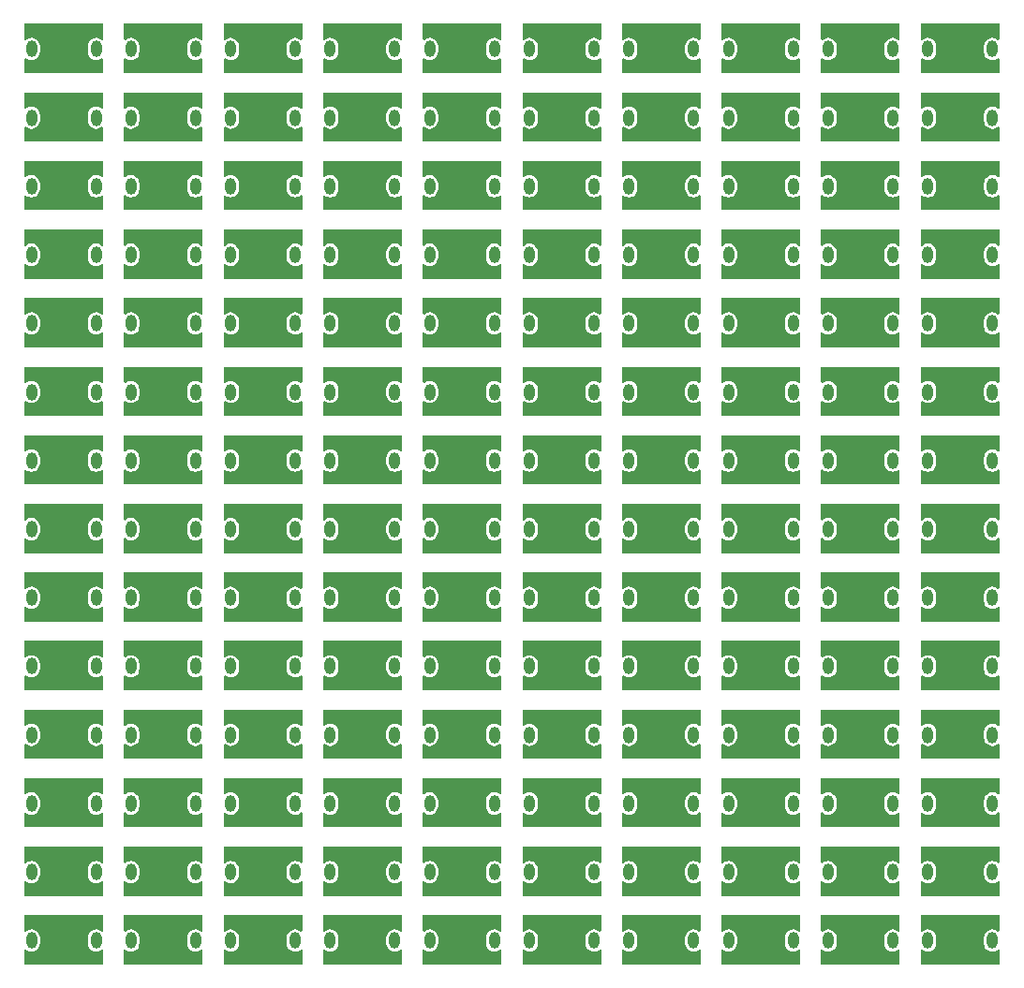
<source format=gbl>
%FSLAX25Y25*%
%MOIN*%
G70*
G01*
G75*
G04 Layer_Physical_Order=2*
G04 Layer_Color=16711680*
%ADD10R,0.05118X0.12992*%
%ADD11R,0.01969X0.12992*%
%ADD12C,0.02000*%
%ADD13R,0.05000X0.15000*%
%ADD14O,0.03937X0.05906*%
G36*
X32500Y16550D02*
X32052Y16329D01*
X31497Y16754D01*
X30775Y17053D01*
X30000Y17155D01*
X29225Y17053D01*
X28503Y16754D01*
X27883Y16279D01*
X27407Y15658D01*
X27108Y14936D01*
X27006Y14161D01*
Y12193D01*
X27108Y11418D01*
X27407Y10696D01*
X27883Y10076D01*
X28503Y9600D01*
X29225Y9301D01*
X30000Y9199D01*
X30775Y9301D01*
X31497Y9600D01*
X32052Y10025D01*
X32500Y9804D01*
Y4677D01*
X4500D01*
Y9804D01*
X4948Y10025D01*
X5503Y9600D01*
X6225Y9301D01*
X7000Y9199D01*
X7775Y9301D01*
X8497Y9600D01*
X9117Y10076D01*
X9593Y10696D01*
X9892Y11418D01*
X9994Y12193D01*
Y14161D01*
X9892Y14936D01*
X9593Y15658D01*
X9117Y16279D01*
X8497Y16754D01*
X7775Y17053D01*
X7000Y17155D01*
X6225Y17053D01*
X5503Y16754D01*
X4948Y16329D01*
X4500Y16550D01*
Y22177D01*
X32500D01*
Y16550D01*
D02*
G37*
G36*
X67933D02*
X67485Y16329D01*
X66930Y16754D01*
X66208Y17053D01*
X65433Y17155D01*
X64658Y17053D01*
X63936Y16754D01*
X63316Y16279D01*
X62840Y15658D01*
X62541Y14936D01*
X62439Y14161D01*
Y12193D01*
X62541Y11418D01*
X62840Y10696D01*
X63316Y10076D01*
X63936Y9600D01*
X64658Y9301D01*
X65433Y9199D01*
X66208Y9301D01*
X66930Y9600D01*
X67485Y10025D01*
X67933Y9804D01*
Y4677D01*
X39933D01*
Y9804D01*
X40382Y10025D01*
X40936Y9600D01*
X41658Y9301D01*
X42433Y9199D01*
X43208Y9301D01*
X43930Y9600D01*
X44550Y10076D01*
X45026Y10696D01*
X45325Y11418D01*
X45427Y12193D01*
Y14161D01*
X45325Y14936D01*
X45026Y15658D01*
X44550Y16279D01*
X43930Y16754D01*
X43208Y17053D01*
X42433Y17155D01*
X41658Y17053D01*
X40936Y16754D01*
X40382Y16329D01*
X39933Y16550D01*
Y22177D01*
X67933D01*
Y16550D01*
D02*
G37*
G36*
X103366D02*
X102918Y16329D01*
X102363Y16754D01*
X101641Y17053D01*
X100866Y17155D01*
X100091Y17053D01*
X99369Y16754D01*
X98749Y16279D01*
X98273Y15658D01*
X97974Y14936D01*
X97872Y14161D01*
Y12193D01*
X97974Y11418D01*
X98273Y10696D01*
X98749Y10076D01*
X99369Y9600D01*
X100091Y9301D01*
X100866Y9199D01*
X101641Y9301D01*
X102363Y9600D01*
X102918Y10025D01*
X103366Y9804D01*
Y4677D01*
X75366D01*
Y9804D01*
X75815Y10025D01*
X76369Y9600D01*
X77091Y9301D01*
X77866Y9199D01*
X78641Y9301D01*
X79363Y9600D01*
X79983Y10076D01*
X80459Y10696D01*
X80758Y11418D01*
X80860Y12193D01*
Y14161D01*
X80758Y14936D01*
X80459Y15658D01*
X79983Y16279D01*
X79363Y16754D01*
X78641Y17053D01*
X77866Y17155D01*
X77091Y17053D01*
X76369Y16754D01*
X75815Y16329D01*
X75366Y16550D01*
Y22177D01*
X103366D01*
Y16550D01*
D02*
G37*
G36*
X138799D02*
X138351Y16329D01*
X137796Y16754D01*
X137074Y17053D01*
X136299Y17155D01*
X135524Y17053D01*
X134802Y16754D01*
X134182Y16279D01*
X133706Y15658D01*
X133407Y14936D01*
X133305Y14161D01*
Y12193D01*
X133407Y11418D01*
X133706Y10696D01*
X134182Y10076D01*
X134802Y9600D01*
X135524Y9301D01*
X136299Y9199D01*
X137074Y9301D01*
X137796Y9600D01*
X138351Y10025D01*
X138799Y9804D01*
Y4677D01*
X110799D01*
Y9804D01*
X111248Y10025D01*
X111802Y9600D01*
X112524Y9301D01*
X113299Y9199D01*
X114074Y9301D01*
X114796Y9600D01*
X115416Y10076D01*
X115892Y10696D01*
X116191Y11418D01*
X116293Y12193D01*
Y14161D01*
X116191Y14936D01*
X115892Y15658D01*
X115416Y16279D01*
X114796Y16754D01*
X114074Y17053D01*
X113299Y17155D01*
X112524Y17053D01*
X111802Y16754D01*
X111248Y16329D01*
X110799Y16550D01*
Y22177D01*
X138799D01*
Y16550D01*
D02*
G37*
G36*
X174232D02*
X173784Y16329D01*
X173229Y16754D01*
X172507Y17053D01*
X171732Y17155D01*
X170957Y17053D01*
X170235Y16754D01*
X169615Y16279D01*
X169139Y15658D01*
X168840Y14936D01*
X168738Y14161D01*
Y12193D01*
X168840Y11418D01*
X169139Y10696D01*
X169615Y10076D01*
X170235Y9600D01*
X170957Y9301D01*
X171732Y9199D01*
X172507Y9301D01*
X173229Y9600D01*
X173784Y10025D01*
X174232Y9804D01*
Y4677D01*
X146232D01*
Y9804D01*
X146681Y10025D01*
X147235Y9600D01*
X147957Y9301D01*
X148732Y9199D01*
X149507Y9301D01*
X150229Y9600D01*
X150849Y10076D01*
X151325Y10696D01*
X151624Y11418D01*
X151726Y12193D01*
Y14161D01*
X151624Y14936D01*
X151325Y15658D01*
X150849Y16279D01*
X150229Y16754D01*
X149507Y17053D01*
X148732Y17155D01*
X147957Y17053D01*
X147235Y16754D01*
X146681Y16329D01*
X146232Y16550D01*
Y22177D01*
X174232D01*
Y16550D01*
D02*
G37*
G36*
X209665D02*
X209217Y16329D01*
X208662Y16754D01*
X207940Y17053D01*
X207165Y17155D01*
X206390Y17053D01*
X205668Y16754D01*
X205048Y16279D01*
X204572Y15658D01*
X204273Y14936D01*
X204171Y14161D01*
Y12193D01*
X204273Y11418D01*
X204572Y10696D01*
X205048Y10076D01*
X205668Y9600D01*
X206390Y9301D01*
X207165Y9199D01*
X207940Y9301D01*
X208662Y9600D01*
X209217Y10025D01*
X209665Y9804D01*
Y4677D01*
X181665D01*
Y9804D01*
X182114Y10025D01*
X182668Y9600D01*
X183390Y9301D01*
X184165Y9199D01*
X184940Y9301D01*
X185662Y9600D01*
X186283Y10076D01*
X186758Y10696D01*
X187057Y11418D01*
X187160Y12193D01*
Y14161D01*
X187057Y14936D01*
X186758Y15658D01*
X186283Y16279D01*
X185662Y16754D01*
X184940Y17053D01*
X184165Y17155D01*
X183390Y17053D01*
X182668Y16754D01*
X182114Y16329D01*
X181665Y16550D01*
Y22177D01*
X209665D01*
Y16550D01*
D02*
G37*
G36*
X245098D02*
X244650Y16329D01*
X244095Y16754D01*
X243373Y17053D01*
X242598Y17155D01*
X241824Y17053D01*
X241101Y16754D01*
X240481Y16279D01*
X240005Y15658D01*
X239706Y14936D01*
X239604Y14161D01*
Y12193D01*
X239706Y11418D01*
X240005Y10696D01*
X240481Y10076D01*
X241101Y9600D01*
X241824Y9301D01*
X242598Y9199D01*
X243373Y9301D01*
X244095Y9600D01*
X244650Y10025D01*
X245098Y9804D01*
Y4677D01*
X217098D01*
Y9804D01*
X217547Y10025D01*
X218101Y9600D01*
X218824Y9301D01*
X219598Y9199D01*
X220373Y9301D01*
X221095Y9600D01*
X221716Y10076D01*
X222191Y10696D01*
X222491Y11418D01*
X222592Y12193D01*
Y14161D01*
X222491Y14936D01*
X222191Y15658D01*
X221716Y16279D01*
X221095Y16754D01*
X220373Y17053D01*
X219598Y17155D01*
X218824Y17053D01*
X218101Y16754D01*
X217547Y16329D01*
X217098Y16550D01*
Y22177D01*
X245098D01*
Y16550D01*
D02*
G37*
G36*
X280532D02*
X280083Y16329D01*
X279528Y16754D01*
X278806Y17053D01*
X278031Y17155D01*
X277257Y17053D01*
X276534Y16754D01*
X275914Y16279D01*
X275438Y15658D01*
X275139Y14936D01*
X275037Y14161D01*
Y12193D01*
X275139Y11418D01*
X275438Y10696D01*
X275914Y10076D01*
X276534Y9600D01*
X277257Y9301D01*
X278031Y9199D01*
X278806Y9301D01*
X279528Y9600D01*
X280083Y10025D01*
X280532Y9804D01*
Y4677D01*
X252532D01*
Y9804D01*
X252980Y10025D01*
X253534Y9600D01*
X254257Y9301D01*
X255031Y9199D01*
X255806Y9301D01*
X256528Y9600D01*
X257149Y10076D01*
X257625Y10696D01*
X257924Y11418D01*
X258026Y12193D01*
Y14161D01*
X257924Y14936D01*
X257625Y15658D01*
X257149Y16279D01*
X256528Y16754D01*
X255806Y17053D01*
X255031Y17155D01*
X254257Y17053D01*
X253534Y16754D01*
X252980Y16329D01*
X252532Y16550D01*
Y22177D01*
X280532D01*
Y16550D01*
D02*
G37*
G36*
X315965D02*
X315516Y16329D01*
X314962Y16754D01*
X314240Y17053D01*
X313465Y17155D01*
X312690Y17053D01*
X311967Y16754D01*
X311347Y16279D01*
X310872Y15658D01*
X310573Y14936D01*
X310470Y14161D01*
Y12193D01*
X310573Y11418D01*
X310872Y10696D01*
X311347Y10076D01*
X311967Y9600D01*
X312690Y9301D01*
X313465Y9199D01*
X314240Y9301D01*
X314962Y9600D01*
X315516Y10025D01*
X315965Y9804D01*
Y4677D01*
X287965D01*
Y9804D01*
X288413Y10025D01*
X288967Y9600D01*
X289690Y9301D01*
X290465Y9199D01*
X291240Y9301D01*
X291962Y9600D01*
X292582Y10076D01*
X293057Y10696D01*
X293357Y11418D01*
X293459Y12193D01*
Y14161D01*
X293357Y14936D01*
X293057Y15658D01*
X292582Y16279D01*
X291962Y16754D01*
X291240Y17053D01*
X290465Y17155D01*
X289690Y17053D01*
X288967Y16754D01*
X288413Y16329D01*
X287965Y16550D01*
Y22177D01*
X315965D01*
Y16550D01*
D02*
G37*
G36*
X351398D02*
X350949Y16329D01*
X350395Y16754D01*
X349673Y17053D01*
X348898Y17155D01*
X348123Y17053D01*
X347401Y16754D01*
X346780Y16279D01*
X346305Y15658D01*
X346006Y14936D01*
X345903Y14161D01*
Y12193D01*
X346006Y11418D01*
X346305Y10696D01*
X346780Y10076D01*
X347401Y9600D01*
X348123Y9301D01*
X348898Y9199D01*
X349673Y9301D01*
X350395Y9600D01*
X350949Y10025D01*
X351398Y9804D01*
Y4677D01*
X323398D01*
Y9804D01*
X323846Y10025D01*
X324401Y9600D01*
X325123Y9301D01*
X325898Y9199D01*
X326673Y9301D01*
X327395Y9600D01*
X328015Y10076D01*
X328491Y10696D01*
X328790Y11418D01*
X328892Y12193D01*
Y14161D01*
X328790Y14936D01*
X328491Y15658D01*
X328015Y16279D01*
X327395Y16754D01*
X326673Y17053D01*
X325898Y17155D01*
X325123Y17053D01*
X324401Y16754D01*
X323846Y16329D01*
X323398Y16550D01*
Y22177D01*
X351398D01*
Y16550D01*
D02*
G37*
G36*
X32500Y40960D02*
X32052Y40738D01*
X31497Y41164D01*
X30775Y41463D01*
X30000Y41565D01*
X29225Y41463D01*
X28503Y41164D01*
X27883Y40688D01*
X27407Y40068D01*
X27108Y39346D01*
X27006Y38571D01*
Y36602D01*
X27108Y35827D01*
X27407Y35105D01*
X27883Y34485D01*
X28503Y34009D01*
X29225Y33710D01*
X30000Y33608D01*
X30775Y33710D01*
X31497Y34009D01*
X32052Y34435D01*
X32500Y34214D01*
Y29087D01*
X4500D01*
Y34214D01*
X4948Y34435D01*
X5503Y34009D01*
X6225Y33710D01*
X7000Y33608D01*
X7775Y33710D01*
X8497Y34009D01*
X9117Y34485D01*
X9593Y35105D01*
X9892Y35827D01*
X9994Y36602D01*
Y38571D01*
X9892Y39346D01*
X9593Y40068D01*
X9117Y40688D01*
X8497Y41164D01*
X7775Y41463D01*
X7000Y41565D01*
X6225Y41463D01*
X5503Y41164D01*
X4948Y40738D01*
X4500Y40960D01*
Y46587D01*
X32500D01*
Y40960D01*
D02*
G37*
G36*
X67933D02*
X67485Y40738D01*
X66930Y41164D01*
X66208Y41463D01*
X65433Y41565D01*
X64658Y41463D01*
X63936Y41164D01*
X63316Y40688D01*
X62840Y40068D01*
X62541Y39346D01*
X62439Y38571D01*
Y36602D01*
X62541Y35827D01*
X62840Y35105D01*
X63316Y34485D01*
X63936Y34009D01*
X64658Y33710D01*
X65433Y33608D01*
X66208Y33710D01*
X66930Y34009D01*
X67485Y34435D01*
X67933Y34214D01*
Y29087D01*
X39933D01*
Y34214D01*
X40382Y34435D01*
X40936Y34009D01*
X41658Y33710D01*
X42433Y33608D01*
X43208Y33710D01*
X43930Y34009D01*
X44550Y34485D01*
X45026Y35105D01*
X45325Y35827D01*
X45427Y36602D01*
Y38571D01*
X45325Y39346D01*
X45026Y40068D01*
X44550Y40688D01*
X43930Y41164D01*
X43208Y41463D01*
X42433Y41565D01*
X41658Y41463D01*
X40936Y41164D01*
X40382Y40738D01*
X39933Y40960D01*
Y46587D01*
X67933D01*
Y40960D01*
D02*
G37*
G36*
X103366D02*
X102918Y40738D01*
X102363Y41164D01*
X101641Y41463D01*
X100866Y41565D01*
X100091Y41463D01*
X99369Y41164D01*
X98749Y40688D01*
X98273Y40068D01*
X97974Y39346D01*
X97872Y38571D01*
Y36602D01*
X97974Y35827D01*
X98273Y35105D01*
X98749Y34485D01*
X99369Y34009D01*
X100091Y33710D01*
X100866Y33608D01*
X101641Y33710D01*
X102363Y34009D01*
X102918Y34435D01*
X103366Y34214D01*
Y29087D01*
X75366D01*
Y34214D01*
X75815Y34435D01*
X76369Y34009D01*
X77091Y33710D01*
X77866Y33608D01*
X78641Y33710D01*
X79363Y34009D01*
X79983Y34485D01*
X80459Y35105D01*
X80758Y35827D01*
X80860Y36602D01*
Y38571D01*
X80758Y39346D01*
X80459Y40068D01*
X79983Y40688D01*
X79363Y41164D01*
X78641Y41463D01*
X77866Y41565D01*
X77091Y41463D01*
X76369Y41164D01*
X75815Y40738D01*
X75366Y40960D01*
Y46587D01*
X103366D01*
Y40960D01*
D02*
G37*
G36*
X138799D02*
X138351Y40738D01*
X137796Y41164D01*
X137074Y41463D01*
X136299Y41565D01*
X135524Y41463D01*
X134802Y41164D01*
X134182Y40688D01*
X133706Y40068D01*
X133407Y39346D01*
X133305Y38571D01*
Y36602D01*
X133407Y35827D01*
X133706Y35105D01*
X134182Y34485D01*
X134802Y34009D01*
X135524Y33710D01*
X136299Y33608D01*
X137074Y33710D01*
X137796Y34009D01*
X138351Y34435D01*
X138799Y34214D01*
Y29087D01*
X110799D01*
Y34214D01*
X111248Y34435D01*
X111802Y34009D01*
X112524Y33710D01*
X113299Y33608D01*
X114074Y33710D01*
X114796Y34009D01*
X115416Y34485D01*
X115892Y35105D01*
X116191Y35827D01*
X116293Y36602D01*
Y38571D01*
X116191Y39346D01*
X115892Y40068D01*
X115416Y40688D01*
X114796Y41164D01*
X114074Y41463D01*
X113299Y41565D01*
X112524Y41463D01*
X111802Y41164D01*
X111248Y40738D01*
X110799Y40960D01*
Y46587D01*
X138799D01*
Y40960D01*
D02*
G37*
G36*
X174232D02*
X173784Y40738D01*
X173229Y41164D01*
X172507Y41463D01*
X171732Y41565D01*
X170957Y41463D01*
X170235Y41164D01*
X169615Y40688D01*
X169139Y40068D01*
X168840Y39346D01*
X168738Y38571D01*
Y36602D01*
X168840Y35827D01*
X169139Y35105D01*
X169615Y34485D01*
X170235Y34009D01*
X170957Y33710D01*
X171732Y33608D01*
X172507Y33710D01*
X173229Y34009D01*
X173784Y34435D01*
X174232Y34214D01*
Y29087D01*
X146232D01*
Y34214D01*
X146681Y34435D01*
X147235Y34009D01*
X147957Y33710D01*
X148732Y33608D01*
X149507Y33710D01*
X150229Y34009D01*
X150849Y34485D01*
X151325Y35105D01*
X151624Y35827D01*
X151726Y36602D01*
Y38571D01*
X151624Y39346D01*
X151325Y40068D01*
X150849Y40688D01*
X150229Y41164D01*
X149507Y41463D01*
X148732Y41565D01*
X147957Y41463D01*
X147235Y41164D01*
X146681Y40738D01*
X146232Y40960D01*
Y46587D01*
X174232D01*
Y40960D01*
D02*
G37*
G36*
X209665D02*
X209217Y40738D01*
X208662Y41164D01*
X207940Y41463D01*
X207165Y41565D01*
X206390Y41463D01*
X205668Y41164D01*
X205048Y40688D01*
X204572Y40068D01*
X204273Y39346D01*
X204171Y38571D01*
Y36602D01*
X204273Y35827D01*
X204572Y35105D01*
X205048Y34485D01*
X205668Y34009D01*
X206390Y33710D01*
X207165Y33608D01*
X207940Y33710D01*
X208662Y34009D01*
X209217Y34435D01*
X209665Y34214D01*
Y29087D01*
X181665D01*
Y34214D01*
X182114Y34435D01*
X182668Y34009D01*
X183390Y33710D01*
X184165Y33608D01*
X184940Y33710D01*
X185662Y34009D01*
X186283Y34485D01*
X186758Y35105D01*
X187057Y35827D01*
X187160Y36602D01*
Y38571D01*
X187057Y39346D01*
X186758Y40068D01*
X186283Y40688D01*
X185662Y41164D01*
X184940Y41463D01*
X184165Y41565D01*
X183390Y41463D01*
X182668Y41164D01*
X182114Y40738D01*
X181665Y40960D01*
Y46587D01*
X209665D01*
Y40960D01*
D02*
G37*
G36*
X245098D02*
X244650Y40738D01*
X244095Y41164D01*
X243373Y41463D01*
X242598Y41565D01*
X241824Y41463D01*
X241101Y41164D01*
X240481Y40688D01*
X240005Y40068D01*
X239706Y39346D01*
X239604Y38571D01*
Y36602D01*
X239706Y35827D01*
X240005Y35105D01*
X240481Y34485D01*
X241101Y34009D01*
X241824Y33710D01*
X242598Y33608D01*
X243373Y33710D01*
X244095Y34009D01*
X244650Y34435D01*
X245098Y34214D01*
Y29087D01*
X217098D01*
Y34214D01*
X217547Y34435D01*
X218101Y34009D01*
X218824Y33710D01*
X219598Y33608D01*
X220373Y33710D01*
X221095Y34009D01*
X221716Y34485D01*
X222191Y35105D01*
X222491Y35827D01*
X222592Y36602D01*
Y38571D01*
X222491Y39346D01*
X222191Y40068D01*
X221716Y40688D01*
X221095Y41164D01*
X220373Y41463D01*
X219598Y41565D01*
X218824Y41463D01*
X218101Y41164D01*
X217547Y40738D01*
X217098Y40960D01*
Y46587D01*
X245098D01*
Y40960D01*
D02*
G37*
G36*
X280532D02*
X280083Y40738D01*
X279528Y41164D01*
X278806Y41463D01*
X278031Y41565D01*
X277257Y41463D01*
X276534Y41164D01*
X275914Y40688D01*
X275438Y40068D01*
X275139Y39346D01*
X275037Y38571D01*
Y36602D01*
X275139Y35827D01*
X275438Y35105D01*
X275914Y34485D01*
X276534Y34009D01*
X277257Y33710D01*
X278031Y33608D01*
X278806Y33710D01*
X279528Y34009D01*
X280083Y34435D01*
X280532Y34214D01*
Y29087D01*
X252532D01*
Y34214D01*
X252980Y34435D01*
X253534Y34009D01*
X254257Y33710D01*
X255031Y33608D01*
X255806Y33710D01*
X256528Y34009D01*
X257149Y34485D01*
X257625Y35105D01*
X257924Y35827D01*
X258026Y36602D01*
Y38571D01*
X257924Y39346D01*
X257625Y40068D01*
X257149Y40688D01*
X256528Y41164D01*
X255806Y41463D01*
X255031Y41565D01*
X254257Y41463D01*
X253534Y41164D01*
X252980Y40738D01*
X252532Y40960D01*
Y46587D01*
X280532D01*
Y40960D01*
D02*
G37*
G36*
X315965D02*
X315516Y40738D01*
X314962Y41164D01*
X314240Y41463D01*
X313465Y41565D01*
X312690Y41463D01*
X311967Y41164D01*
X311347Y40688D01*
X310872Y40068D01*
X310573Y39346D01*
X310470Y38571D01*
Y36602D01*
X310573Y35827D01*
X310872Y35105D01*
X311347Y34485D01*
X311967Y34009D01*
X312690Y33710D01*
X313465Y33608D01*
X314240Y33710D01*
X314962Y34009D01*
X315516Y34435D01*
X315965Y34214D01*
Y29087D01*
X287965D01*
Y34214D01*
X288413Y34435D01*
X288967Y34009D01*
X289690Y33710D01*
X290465Y33608D01*
X291240Y33710D01*
X291962Y34009D01*
X292582Y34485D01*
X293057Y35105D01*
X293357Y35827D01*
X293459Y36602D01*
Y38571D01*
X293357Y39346D01*
X293057Y40068D01*
X292582Y40688D01*
X291962Y41164D01*
X291240Y41463D01*
X290465Y41565D01*
X289690Y41463D01*
X288967Y41164D01*
X288413Y40738D01*
X287965Y40960D01*
Y46587D01*
X315965D01*
Y40960D01*
D02*
G37*
G36*
X351398D02*
X350949Y40738D01*
X350395Y41164D01*
X349673Y41463D01*
X348898Y41565D01*
X348123Y41463D01*
X347401Y41164D01*
X346780Y40688D01*
X346305Y40068D01*
X346006Y39346D01*
X345903Y38571D01*
Y36602D01*
X346006Y35827D01*
X346305Y35105D01*
X346780Y34485D01*
X347401Y34009D01*
X348123Y33710D01*
X348898Y33608D01*
X349673Y33710D01*
X350395Y34009D01*
X350949Y34435D01*
X351398Y34214D01*
Y29087D01*
X323398D01*
Y34214D01*
X323846Y34435D01*
X324401Y34009D01*
X325123Y33710D01*
X325898Y33608D01*
X326673Y33710D01*
X327395Y34009D01*
X328015Y34485D01*
X328491Y35105D01*
X328790Y35827D01*
X328892Y36602D01*
Y38571D01*
X328790Y39346D01*
X328491Y40068D01*
X328015Y40688D01*
X327395Y41164D01*
X326673Y41463D01*
X325898Y41565D01*
X325123Y41463D01*
X324401Y41164D01*
X323846Y40738D01*
X323398Y40960D01*
Y46587D01*
X351398D01*
Y40960D01*
D02*
G37*
G36*
X32500Y65369D02*
X32052Y65148D01*
X31497Y65573D01*
X30775Y65872D01*
X30000Y65974D01*
X29225Y65872D01*
X28503Y65573D01*
X27883Y65097D01*
X27407Y64477D01*
X27108Y63755D01*
X27006Y62980D01*
Y61012D01*
X27108Y60237D01*
X27407Y59515D01*
X27883Y58895D01*
X28503Y58419D01*
X29225Y58120D01*
X30000Y58018D01*
X30775Y58120D01*
X31497Y58419D01*
X32052Y58844D01*
X32500Y58623D01*
Y53496D01*
X4500D01*
Y58623D01*
X4948Y58844D01*
X5503Y58419D01*
X6225Y58120D01*
X7000Y58018D01*
X7775Y58120D01*
X8497Y58419D01*
X9117Y58895D01*
X9593Y59515D01*
X9892Y60237D01*
X9994Y61012D01*
Y62980D01*
X9892Y63755D01*
X9593Y64477D01*
X9117Y65097D01*
X8497Y65573D01*
X7775Y65872D01*
X7000Y65974D01*
X6225Y65872D01*
X5503Y65573D01*
X4948Y65148D01*
X4500Y65369D01*
Y70996D01*
X32500D01*
Y65369D01*
D02*
G37*
G36*
X67933D02*
X67485Y65148D01*
X66930Y65573D01*
X66208Y65872D01*
X65433Y65974D01*
X64658Y65872D01*
X63936Y65573D01*
X63316Y65097D01*
X62840Y64477D01*
X62541Y63755D01*
X62439Y62980D01*
Y61012D01*
X62541Y60237D01*
X62840Y59515D01*
X63316Y58895D01*
X63936Y58419D01*
X64658Y58120D01*
X65433Y58018D01*
X66208Y58120D01*
X66930Y58419D01*
X67485Y58844D01*
X67933Y58623D01*
Y53496D01*
X39933D01*
Y58623D01*
X40382Y58844D01*
X40936Y58419D01*
X41658Y58120D01*
X42433Y58018D01*
X43208Y58120D01*
X43930Y58419D01*
X44550Y58895D01*
X45026Y59515D01*
X45325Y60237D01*
X45427Y61012D01*
Y62980D01*
X45325Y63755D01*
X45026Y64477D01*
X44550Y65097D01*
X43930Y65573D01*
X43208Y65872D01*
X42433Y65974D01*
X41658Y65872D01*
X40936Y65573D01*
X40382Y65148D01*
X39933Y65369D01*
Y70996D01*
X67933D01*
Y65369D01*
D02*
G37*
G36*
X103366D02*
X102918Y65148D01*
X102363Y65573D01*
X101641Y65872D01*
X100866Y65974D01*
X100091Y65872D01*
X99369Y65573D01*
X98749Y65097D01*
X98273Y64477D01*
X97974Y63755D01*
X97872Y62980D01*
Y61012D01*
X97974Y60237D01*
X98273Y59515D01*
X98749Y58895D01*
X99369Y58419D01*
X100091Y58120D01*
X100866Y58018D01*
X101641Y58120D01*
X102363Y58419D01*
X102918Y58844D01*
X103366Y58623D01*
Y53496D01*
X75366D01*
Y58623D01*
X75815Y58844D01*
X76369Y58419D01*
X77091Y58120D01*
X77866Y58018D01*
X78641Y58120D01*
X79363Y58419D01*
X79983Y58895D01*
X80459Y59515D01*
X80758Y60237D01*
X80860Y61012D01*
Y62980D01*
X80758Y63755D01*
X80459Y64477D01*
X79983Y65097D01*
X79363Y65573D01*
X78641Y65872D01*
X77866Y65974D01*
X77091Y65872D01*
X76369Y65573D01*
X75815Y65148D01*
X75366Y65369D01*
Y70996D01*
X103366D01*
Y65369D01*
D02*
G37*
G36*
X138799D02*
X138351Y65148D01*
X137796Y65573D01*
X137074Y65872D01*
X136299Y65974D01*
X135524Y65872D01*
X134802Y65573D01*
X134182Y65097D01*
X133706Y64477D01*
X133407Y63755D01*
X133305Y62980D01*
Y61012D01*
X133407Y60237D01*
X133706Y59515D01*
X134182Y58895D01*
X134802Y58419D01*
X135524Y58120D01*
X136299Y58018D01*
X137074Y58120D01*
X137796Y58419D01*
X138351Y58844D01*
X138799Y58623D01*
Y53496D01*
X110799D01*
Y58623D01*
X111248Y58844D01*
X111802Y58419D01*
X112524Y58120D01*
X113299Y58018D01*
X114074Y58120D01*
X114796Y58419D01*
X115416Y58895D01*
X115892Y59515D01*
X116191Y60237D01*
X116293Y61012D01*
Y62980D01*
X116191Y63755D01*
X115892Y64477D01*
X115416Y65097D01*
X114796Y65573D01*
X114074Y65872D01*
X113299Y65974D01*
X112524Y65872D01*
X111802Y65573D01*
X111248Y65148D01*
X110799Y65369D01*
Y70996D01*
X138799D01*
Y65369D01*
D02*
G37*
G36*
X174232D02*
X173784Y65148D01*
X173229Y65573D01*
X172507Y65872D01*
X171732Y65974D01*
X170957Y65872D01*
X170235Y65573D01*
X169615Y65097D01*
X169139Y64477D01*
X168840Y63755D01*
X168738Y62980D01*
Y61012D01*
X168840Y60237D01*
X169139Y59515D01*
X169615Y58895D01*
X170235Y58419D01*
X170957Y58120D01*
X171732Y58018D01*
X172507Y58120D01*
X173229Y58419D01*
X173784Y58844D01*
X174232Y58623D01*
Y53496D01*
X146232D01*
Y58623D01*
X146681Y58844D01*
X147235Y58419D01*
X147957Y58120D01*
X148732Y58018D01*
X149507Y58120D01*
X150229Y58419D01*
X150849Y58895D01*
X151325Y59515D01*
X151624Y60237D01*
X151726Y61012D01*
Y62980D01*
X151624Y63755D01*
X151325Y64477D01*
X150849Y65097D01*
X150229Y65573D01*
X149507Y65872D01*
X148732Y65974D01*
X147957Y65872D01*
X147235Y65573D01*
X146681Y65148D01*
X146232Y65369D01*
Y70996D01*
X174232D01*
Y65369D01*
D02*
G37*
G36*
X209665D02*
X209217Y65148D01*
X208662Y65573D01*
X207940Y65872D01*
X207165Y65974D01*
X206390Y65872D01*
X205668Y65573D01*
X205048Y65097D01*
X204572Y64477D01*
X204273Y63755D01*
X204171Y62980D01*
Y61012D01*
X204273Y60237D01*
X204572Y59515D01*
X205048Y58895D01*
X205668Y58419D01*
X206390Y58120D01*
X207165Y58018D01*
X207940Y58120D01*
X208662Y58419D01*
X209217Y58844D01*
X209665Y58623D01*
Y53496D01*
X181665D01*
Y58623D01*
X182114Y58844D01*
X182668Y58419D01*
X183390Y58120D01*
X184165Y58018D01*
X184940Y58120D01*
X185662Y58419D01*
X186283Y58895D01*
X186758Y59515D01*
X187057Y60237D01*
X187160Y61012D01*
Y62980D01*
X187057Y63755D01*
X186758Y64477D01*
X186283Y65097D01*
X185662Y65573D01*
X184940Y65872D01*
X184165Y65974D01*
X183390Y65872D01*
X182668Y65573D01*
X182114Y65148D01*
X181665Y65369D01*
Y70996D01*
X209665D01*
Y65369D01*
D02*
G37*
G36*
X245098D02*
X244650Y65148D01*
X244095Y65573D01*
X243373Y65872D01*
X242598Y65974D01*
X241824Y65872D01*
X241101Y65573D01*
X240481Y65097D01*
X240005Y64477D01*
X239706Y63755D01*
X239604Y62980D01*
Y61012D01*
X239706Y60237D01*
X240005Y59515D01*
X240481Y58895D01*
X241101Y58419D01*
X241824Y58120D01*
X242598Y58018D01*
X243373Y58120D01*
X244095Y58419D01*
X244650Y58844D01*
X245098Y58623D01*
Y53496D01*
X217098D01*
Y58623D01*
X217547Y58844D01*
X218101Y58419D01*
X218824Y58120D01*
X219598Y58018D01*
X220373Y58120D01*
X221095Y58419D01*
X221716Y58895D01*
X222191Y59515D01*
X222491Y60237D01*
X222592Y61012D01*
Y62980D01*
X222491Y63755D01*
X222191Y64477D01*
X221716Y65097D01*
X221095Y65573D01*
X220373Y65872D01*
X219598Y65974D01*
X218824Y65872D01*
X218101Y65573D01*
X217547Y65148D01*
X217098Y65369D01*
Y70996D01*
X245098D01*
Y65369D01*
D02*
G37*
G36*
X280532D02*
X280083Y65148D01*
X279528Y65573D01*
X278806Y65872D01*
X278031Y65974D01*
X277257Y65872D01*
X276534Y65573D01*
X275914Y65097D01*
X275438Y64477D01*
X275139Y63755D01*
X275037Y62980D01*
Y61012D01*
X275139Y60237D01*
X275438Y59515D01*
X275914Y58895D01*
X276534Y58419D01*
X277257Y58120D01*
X278031Y58018D01*
X278806Y58120D01*
X279528Y58419D01*
X280083Y58844D01*
X280532Y58623D01*
Y53496D01*
X252532D01*
Y58623D01*
X252980Y58844D01*
X253534Y58419D01*
X254257Y58120D01*
X255031Y58018D01*
X255806Y58120D01*
X256528Y58419D01*
X257149Y58895D01*
X257625Y59515D01*
X257924Y60237D01*
X258026Y61012D01*
Y62980D01*
X257924Y63755D01*
X257625Y64477D01*
X257149Y65097D01*
X256528Y65573D01*
X255806Y65872D01*
X255031Y65974D01*
X254257Y65872D01*
X253534Y65573D01*
X252980Y65148D01*
X252532Y65369D01*
Y70996D01*
X280532D01*
Y65369D01*
D02*
G37*
G36*
X315965D02*
X315516Y65148D01*
X314962Y65573D01*
X314240Y65872D01*
X313465Y65974D01*
X312690Y65872D01*
X311967Y65573D01*
X311347Y65097D01*
X310872Y64477D01*
X310573Y63755D01*
X310470Y62980D01*
Y61012D01*
X310573Y60237D01*
X310872Y59515D01*
X311347Y58895D01*
X311967Y58419D01*
X312690Y58120D01*
X313465Y58018D01*
X314240Y58120D01*
X314962Y58419D01*
X315516Y58844D01*
X315965Y58623D01*
Y53496D01*
X287965D01*
Y58623D01*
X288413Y58844D01*
X288967Y58419D01*
X289690Y58120D01*
X290465Y58018D01*
X291240Y58120D01*
X291962Y58419D01*
X292582Y58895D01*
X293057Y59515D01*
X293357Y60237D01*
X293459Y61012D01*
Y62980D01*
X293357Y63755D01*
X293057Y64477D01*
X292582Y65097D01*
X291962Y65573D01*
X291240Y65872D01*
X290465Y65974D01*
X289690Y65872D01*
X288967Y65573D01*
X288413Y65148D01*
X287965Y65369D01*
Y70996D01*
X315965D01*
Y65369D01*
D02*
G37*
G36*
X351398D02*
X350949Y65148D01*
X350395Y65573D01*
X349673Y65872D01*
X348898Y65974D01*
X348123Y65872D01*
X347401Y65573D01*
X346780Y65097D01*
X346305Y64477D01*
X346006Y63755D01*
X345903Y62980D01*
Y61012D01*
X346006Y60237D01*
X346305Y59515D01*
X346780Y58895D01*
X347401Y58419D01*
X348123Y58120D01*
X348898Y58018D01*
X349673Y58120D01*
X350395Y58419D01*
X350949Y58844D01*
X351398Y58623D01*
Y53496D01*
X323398D01*
Y58623D01*
X323846Y58844D01*
X324401Y58419D01*
X325123Y58120D01*
X325898Y58018D01*
X326673Y58120D01*
X327395Y58419D01*
X328015Y58895D01*
X328491Y59515D01*
X328790Y60237D01*
X328892Y61012D01*
Y62980D01*
X328790Y63755D01*
X328491Y64477D01*
X328015Y65097D01*
X327395Y65573D01*
X326673Y65872D01*
X325898Y65974D01*
X325123Y65872D01*
X324401Y65573D01*
X323846Y65148D01*
X323398Y65369D01*
Y70996D01*
X351398D01*
Y65369D01*
D02*
G37*
G36*
X32500Y89778D02*
X32052Y89557D01*
X31497Y89983D01*
X30775Y90282D01*
X30000Y90384D01*
X29225Y90282D01*
X28503Y89983D01*
X27883Y89507D01*
X27407Y88887D01*
X27108Y88165D01*
X27006Y87390D01*
Y85421D01*
X27108Y84646D01*
X27407Y83924D01*
X27883Y83304D01*
X28503Y82828D01*
X29225Y82529D01*
X30000Y82427D01*
X30775Y82529D01*
X31497Y82828D01*
X32052Y83254D01*
X32500Y83033D01*
Y77905D01*
X4500D01*
Y83033D01*
X4948Y83254D01*
X5503Y82828D01*
X6225Y82529D01*
X7000Y82427D01*
X7775Y82529D01*
X8497Y82828D01*
X9117Y83304D01*
X9593Y83924D01*
X9892Y84646D01*
X9994Y85421D01*
Y87390D01*
X9892Y88165D01*
X9593Y88887D01*
X9117Y89507D01*
X8497Y89983D01*
X7775Y90282D01*
X7000Y90384D01*
X6225Y90282D01*
X5503Y89983D01*
X4948Y89557D01*
X4500Y89778D01*
Y95406D01*
X32500D01*
Y89778D01*
D02*
G37*
G36*
X67933D02*
X67485Y89557D01*
X66930Y89983D01*
X66208Y90282D01*
X65433Y90384D01*
X64658Y90282D01*
X63936Y89983D01*
X63316Y89507D01*
X62840Y88887D01*
X62541Y88165D01*
X62439Y87390D01*
Y85421D01*
X62541Y84646D01*
X62840Y83924D01*
X63316Y83304D01*
X63936Y82828D01*
X64658Y82529D01*
X65433Y82427D01*
X66208Y82529D01*
X66930Y82828D01*
X67485Y83254D01*
X67933Y83033D01*
Y77905D01*
X39933D01*
Y83033D01*
X40382Y83254D01*
X40936Y82828D01*
X41658Y82529D01*
X42433Y82427D01*
X43208Y82529D01*
X43930Y82828D01*
X44550Y83304D01*
X45026Y83924D01*
X45325Y84646D01*
X45427Y85421D01*
Y87390D01*
X45325Y88165D01*
X45026Y88887D01*
X44550Y89507D01*
X43930Y89983D01*
X43208Y90282D01*
X42433Y90384D01*
X41658Y90282D01*
X40936Y89983D01*
X40382Y89557D01*
X39933Y89778D01*
Y95406D01*
X67933D01*
Y89778D01*
D02*
G37*
G36*
X103366D02*
X102918Y89557D01*
X102363Y89983D01*
X101641Y90282D01*
X100866Y90384D01*
X100091Y90282D01*
X99369Y89983D01*
X98749Y89507D01*
X98273Y88887D01*
X97974Y88165D01*
X97872Y87390D01*
Y85421D01*
X97974Y84646D01*
X98273Y83924D01*
X98749Y83304D01*
X99369Y82828D01*
X100091Y82529D01*
X100866Y82427D01*
X101641Y82529D01*
X102363Y82828D01*
X102918Y83254D01*
X103366Y83033D01*
Y77905D01*
X75366D01*
Y83033D01*
X75815Y83254D01*
X76369Y82828D01*
X77091Y82529D01*
X77866Y82427D01*
X78641Y82529D01*
X79363Y82828D01*
X79983Y83304D01*
X80459Y83924D01*
X80758Y84646D01*
X80860Y85421D01*
Y87390D01*
X80758Y88165D01*
X80459Y88887D01*
X79983Y89507D01*
X79363Y89983D01*
X78641Y90282D01*
X77866Y90384D01*
X77091Y90282D01*
X76369Y89983D01*
X75815Y89557D01*
X75366Y89778D01*
Y95406D01*
X103366D01*
Y89778D01*
D02*
G37*
G36*
X138799D02*
X138351Y89557D01*
X137796Y89983D01*
X137074Y90282D01*
X136299Y90384D01*
X135524Y90282D01*
X134802Y89983D01*
X134182Y89507D01*
X133706Y88887D01*
X133407Y88165D01*
X133305Y87390D01*
Y85421D01*
X133407Y84646D01*
X133706Y83924D01*
X134182Y83304D01*
X134802Y82828D01*
X135524Y82529D01*
X136299Y82427D01*
X137074Y82529D01*
X137796Y82828D01*
X138351Y83254D01*
X138799Y83033D01*
Y77905D01*
X110799D01*
Y83033D01*
X111248Y83254D01*
X111802Y82828D01*
X112524Y82529D01*
X113299Y82427D01*
X114074Y82529D01*
X114796Y82828D01*
X115416Y83304D01*
X115892Y83924D01*
X116191Y84646D01*
X116293Y85421D01*
Y87390D01*
X116191Y88165D01*
X115892Y88887D01*
X115416Y89507D01*
X114796Y89983D01*
X114074Y90282D01*
X113299Y90384D01*
X112524Y90282D01*
X111802Y89983D01*
X111248Y89557D01*
X110799Y89778D01*
Y95406D01*
X138799D01*
Y89778D01*
D02*
G37*
G36*
X174232D02*
X173784Y89557D01*
X173229Y89983D01*
X172507Y90282D01*
X171732Y90384D01*
X170957Y90282D01*
X170235Y89983D01*
X169615Y89507D01*
X169139Y88887D01*
X168840Y88165D01*
X168738Y87390D01*
Y85421D01*
X168840Y84646D01*
X169139Y83924D01*
X169615Y83304D01*
X170235Y82828D01*
X170957Y82529D01*
X171732Y82427D01*
X172507Y82529D01*
X173229Y82828D01*
X173784Y83254D01*
X174232Y83033D01*
Y77905D01*
X146232D01*
Y83033D01*
X146681Y83254D01*
X147235Y82828D01*
X147957Y82529D01*
X148732Y82427D01*
X149507Y82529D01*
X150229Y82828D01*
X150849Y83304D01*
X151325Y83924D01*
X151624Y84646D01*
X151726Y85421D01*
Y87390D01*
X151624Y88165D01*
X151325Y88887D01*
X150849Y89507D01*
X150229Y89983D01*
X149507Y90282D01*
X148732Y90384D01*
X147957Y90282D01*
X147235Y89983D01*
X146681Y89557D01*
X146232Y89778D01*
Y95406D01*
X174232D01*
Y89778D01*
D02*
G37*
G36*
X209665D02*
X209217Y89557D01*
X208662Y89983D01*
X207940Y90282D01*
X207165Y90384D01*
X206390Y90282D01*
X205668Y89983D01*
X205048Y89507D01*
X204572Y88887D01*
X204273Y88165D01*
X204171Y87390D01*
Y85421D01*
X204273Y84646D01*
X204572Y83924D01*
X205048Y83304D01*
X205668Y82828D01*
X206390Y82529D01*
X207165Y82427D01*
X207940Y82529D01*
X208662Y82828D01*
X209217Y83254D01*
X209665Y83033D01*
Y77905D01*
X181665D01*
Y83033D01*
X182114Y83254D01*
X182668Y82828D01*
X183390Y82529D01*
X184165Y82427D01*
X184940Y82529D01*
X185662Y82828D01*
X186283Y83304D01*
X186758Y83924D01*
X187057Y84646D01*
X187160Y85421D01*
Y87390D01*
X187057Y88165D01*
X186758Y88887D01*
X186283Y89507D01*
X185662Y89983D01*
X184940Y90282D01*
X184165Y90384D01*
X183390Y90282D01*
X182668Y89983D01*
X182114Y89557D01*
X181665Y89778D01*
Y95406D01*
X209665D01*
Y89778D01*
D02*
G37*
G36*
X245098D02*
X244650Y89557D01*
X244095Y89983D01*
X243373Y90282D01*
X242598Y90384D01*
X241824Y90282D01*
X241101Y89983D01*
X240481Y89507D01*
X240005Y88887D01*
X239706Y88165D01*
X239604Y87390D01*
Y85421D01*
X239706Y84646D01*
X240005Y83924D01*
X240481Y83304D01*
X241101Y82828D01*
X241824Y82529D01*
X242598Y82427D01*
X243373Y82529D01*
X244095Y82828D01*
X244650Y83254D01*
X245098Y83033D01*
Y77905D01*
X217098D01*
Y83033D01*
X217547Y83254D01*
X218101Y82828D01*
X218824Y82529D01*
X219598Y82427D01*
X220373Y82529D01*
X221095Y82828D01*
X221716Y83304D01*
X222191Y83924D01*
X222491Y84646D01*
X222592Y85421D01*
Y87390D01*
X222491Y88165D01*
X222191Y88887D01*
X221716Y89507D01*
X221095Y89983D01*
X220373Y90282D01*
X219598Y90384D01*
X218824Y90282D01*
X218101Y89983D01*
X217547Y89557D01*
X217098Y89778D01*
Y95406D01*
X245098D01*
Y89778D01*
D02*
G37*
G36*
X280532D02*
X280083Y89557D01*
X279528Y89983D01*
X278806Y90282D01*
X278031Y90384D01*
X277257Y90282D01*
X276534Y89983D01*
X275914Y89507D01*
X275438Y88887D01*
X275139Y88165D01*
X275037Y87390D01*
Y85421D01*
X275139Y84646D01*
X275438Y83924D01*
X275914Y83304D01*
X276534Y82828D01*
X277257Y82529D01*
X278031Y82427D01*
X278806Y82529D01*
X279528Y82828D01*
X280083Y83254D01*
X280532Y83033D01*
Y77905D01*
X252532D01*
Y83033D01*
X252980Y83254D01*
X253534Y82828D01*
X254257Y82529D01*
X255031Y82427D01*
X255806Y82529D01*
X256528Y82828D01*
X257149Y83304D01*
X257625Y83924D01*
X257924Y84646D01*
X258026Y85421D01*
Y87390D01*
X257924Y88165D01*
X257625Y88887D01*
X257149Y89507D01*
X256528Y89983D01*
X255806Y90282D01*
X255031Y90384D01*
X254257Y90282D01*
X253534Y89983D01*
X252980Y89557D01*
X252532Y89778D01*
Y95406D01*
X280532D01*
Y89778D01*
D02*
G37*
G36*
X315965D02*
X315516Y89557D01*
X314962Y89983D01*
X314240Y90282D01*
X313465Y90384D01*
X312690Y90282D01*
X311967Y89983D01*
X311347Y89507D01*
X310872Y88887D01*
X310573Y88165D01*
X310470Y87390D01*
Y85421D01*
X310573Y84646D01*
X310872Y83924D01*
X311347Y83304D01*
X311967Y82828D01*
X312690Y82529D01*
X313465Y82427D01*
X314240Y82529D01*
X314962Y82828D01*
X315516Y83254D01*
X315965Y83033D01*
Y77905D01*
X287965D01*
Y83033D01*
X288413Y83254D01*
X288967Y82828D01*
X289690Y82529D01*
X290465Y82427D01*
X291240Y82529D01*
X291962Y82828D01*
X292582Y83304D01*
X293057Y83924D01*
X293357Y84646D01*
X293459Y85421D01*
Y87390D01*
X293357Y88165D01*
X293057Y88887D01*
X292582Y89507D01*
X291962Y89983D01*
X291240Y90282D01*
X290465Y90384D01*
X289690Y90282D01*
X288967Y89983D01*
X288413Y89557D01*
X287965Y89778D01*
Y95406D01*
X315965D01*
Y89778D01*
D02*
G37*
G36*
X351398D02*
X350949Y89557D01*
X350395Y89983D01*
X349673Y90282D01*
X348898Y90384D01*
X348123Y90282D01*
X347401Y89983D01*
X346780Y89507D01*
X346305Y88887D01*
X346006Y88165D01*
X345903Y87390D01*
Y85421D01*
X346006Y84646D01*
X346305Y83924D01*
X346780Y83304D01*
X347401Y82828D01*
X348123Y82529D01*
X348898Y82427D01*
X349673Y82529D01*
X350395Y82828D01*
X350949Y83254D01*
X351398Y83033D01*
Y77905D01*
X323398D01*
Y83033D01*
X323846Y83254D01*
X324401Y82828D01*
X325123Y82529D01*
X325898Y82427D01*
X326673Y82529D01*
X327395Y82828D01*
X328015Y83304D01*
X328491Y83924D01*
X328790Y84646D01*
X328892Y85421D01*
Y87390D01*
X328790Y88165D01*
X328491Y88887D01*
X328015Y89507D01*
X327395Y89983D01*
X326673Y90282D01*
X325898Y90384D01*
X325123Y90282D01*
X324401Y89983D01*
X323846Y89557D01*
X323398Y89778D01*
Y95406D01*
X351398D01*
Y89778D01*
D02*
G37*
G36*
X32500Y114188D02*
X32052Y113967D01*
X31497Y114392D01*
X30775Y114691D01*
X30000Y114793D01*
X29225Y114691D01*
X28503Y114392D01*
X27883Y113916D01*
X27407Y113296D01*
X27108Y112574D01*
X27006Y111799D01*
Y109831D01*
X27108Y109056D01*
X27407Y108334D01*
X27883Y107713D01*
X28503Y107238D01*
X29225Y106939D01*
X30000Y106837D01*
X30775Y106939D01*
X31497Y107238D01*
X32052Y107663D01*
X32500Y107442D01*
Y102315D01*
X4500D01*
Y107442D01*
X4948Y107663D01*
X5503Y107238D01*
X6225Y106939D01*
X7000Y106837D01*
X7775Y106939D01*
X8497Y107238D01*
X9117Y107713D01*
X9593Y108334D01*
X9892Y109056D01*
X9994Y109831D01*
Y111799D01*
X9892Y112574D01*
X9593Y113296D01*
X9117Y113916D01*
X8497Y114392D01*
X7775Y114691D01*
X7000Y114793D01*
X6225Y114691D01*
X5503Y114392D01*
X4948Y113967D01*
X4500Y114188D01*
Y119815D01*
X32500D01*
Y114188D01*
D02*
G37*
G36*
X67933D02*
X67485Y113967D01*
X66930Y114392D01*
X66208Y114691D01*
X65433Y114793D01*
X64658Y114691D01*
X63936Y114392D01*
X63316Y113916D01*
X62840Y113296D01*
X62541Y112574D01*
X62439Y111799D01*
Y109831D01*
X62541Y109056D01*
X62840Y108334D01*
X63316Y107713D01*
X63936Y107238D01*
X64658Y106939D01*
X65433Y106837D01*
X66208Y106939D01*
X66930Y107238D01*
X67485Y107663D01*
X67933Y107442D01*
Y102315D01*
X39933D01*
Y107442D01*
X40382Y107663D01*
X40936Y107238D01*
X41658Y106939D01*
X42433Y106837D01*
X43208Y106939D01*
X43930Y107238D01*
X44550Y107713D01*
X45026Y108334D01*
X45325Y109056D01*
X45427Y109831D01*
Y111799D01*
X45325Y112574D01*
X45026Y113296D01*
X44550Y113916D01*
X43930Y114392D01*
X43208Y114691D01*
X42433Y114793D01*
X41658Y114691D01*
X40936Y114392D01*
X40382Y113967D01*
X39933Y114188D01*
Y119815D01*
X67933D01*
Y114188D01*
D02*
G37*
G36*
X103366D02*
X102918Y113967D01*
X102363Y114392D01*
X101641Y114691D01*
X100866Y114793D01*
X100091Y114691D01*
X99369Y114392D01*
X98749Y113916D01*
X98273Y113296D01*
X97974Y112574D01*
X97872Y111799D01*
Y109831D01*
X97974Y109056D01*
X98273Y108334D01*
X98749Y107713D01*
X99369Y107238D01*
X100091Y106939D01*
X100866Y106837D01*
X101641Y106939D01*
X102363Y107238D01*
X102918Y107663D01*
X103366Y107442D01*
Y102315D01*
X75366D01*
Y107442D01*
X75815Y107663D01*
X76369Y107238D01*
X77091Y106939D01*
X77866Y106837D01*
X78641Y106939D01*
X79363Y107238D01*
X79983Y107713D01*
X80459Y108334D01*
X80758Y109056D01*
X80860Y109831D01*
Y111799D01*
X80758Y112574D01*
X80459Y113296D01*
X79983Y113916D01*
X79363Y114392D01*
X78641Y114691D01*
X77866Y114793D01*
X77091Y114691D01*
X76369Y114392D01*
X75815Y113967D01*
X75366Y114188D01*
Y119815D01*
X103366D01*
Y114188D01*
D02*
G37*
G36*
X138799D02*
X138351Y113967D01*
X137796Y114392D01*
X137074Y114691D01*
X136299Y114793D01*
X135524Y114691D01*
X134802Y114392D01*
X134182Y113916D01*
X133706Y113296D01*
X133407Y112574D01*
X133305Y111799D01*
Y109831D01*
X133407Y109056D01*
X133706Y108334D01*
X134182Y107713D01*
X134802Y107238D01*
X135524Y106939D01*
X136299Y106837D01*
X137074Y106939D01*
X137796Y107238D01*
X138351Y107663D01*
X138799Y107442D01*
Y102315D01*
X110799D01*
Y107442D01*
X111248Y107663D01*
X111802Y107238D01*
X112524Y106939D01*
X113299Y106837D01*
X114074Y106939D01*
X114796Y107238D01*
X115416Y107713D01*
X115892Y108334D01*
X116191Y109056D01*
X116293Y109831D01*
Y111799D01*
X116191Y112574D01*
X115892Y113296D01*
X115416Y113916D01*
X114796Y114392D01*
X114074Y114691D01*
X113299Y114793D01*
X112524Y114691D01*
X111802Y114392D01*
X111248Y113967D01*
X110799Y114188D01*
Y119815D01*
X138799D01*
Y114188D01*
D02*
G37*
G36*
X174232D02*
X173784Y113967D01*
X173229Y114392D01*
X172507Y114691D01*
X171732Y114793D01*
X170957Y114691D01*
X170235Y114392D01*
X169615Y113916D01*
X169139Y113296D01*
X168840Y112574D01*
X168738Y111799D01*
Y109831D01*
X168840Y109056D01*
X169139Y108334D01*
X169615Y107713D01*
X170235Y107238D01*
X170957Y106939D01*
X171732Y106837D01*
X172507Y106939D01*
X173229Y107238D01*
X173784Y107663D01*
X174232Y107442D01*
Y102315D01*
X146232D01*
Y107442D01*
X146681Y107663D01*
X147235Y107238D01*
X147957Y106939D01*
X148732Y106837D01*
X149507Y106939D01*
X150229Y107238D01*
X150849Y107713D01*
X151325Y108334D01*
X151624Y109056D01*
X151726Y109831D01*
Y111799D01*
X151624Y112574D01*
X151325Y113296D01*
X150849Y113916D01*
X150229Y114392D01*
X149507Y114691D01*
X148732Y114793D01*
X147957Y114691D01*
X147235Y114392D01*
X146681Y113967D01*
X146232Y114188D01*
Y119815D01*
X174232D01*
Y114188D01*
D02*
G37*
G36*
X209665D02*
X209217Y113967D01*
X208662Y114392D01*
X207940Y114691D01*
X207165Y114793D01*
X206390Y114691D01*
X205668Y114392D01*
X205048Y113916D01*
X204572Y113296D01*
X204273Y112574D01*
X204171Y111799D01*
Y109831D01*
X204273Y109056D01*
X204572Y108334D01*
X205048Y107713D01*
X205668Y107238D01*
X206390Y106939D01*
X207165Y106837D01*
X207940Y106939D01*
X208662Y107238D01*
X209217Y107663D01*
X209665Y107442D01*
Y102315D01*
X181665D01*
Y107442D01*
X182114Y107663D01*
X182668Y107238D01*
X183390Y106939D01*
X184165Y106837D01*
X184940Y106939D01*
X185662Y107238D01*
X186283Y107713D01*
X186758Y108334D01*
X187057Y109056D01*
X187160Y109831D01*
Y111799D01*
X187057Y112574D01*
X186758Y113296D01*
X186283Y113916D01*
X185662Y114392D01*
X184940Y114691D01*
X184165Y114793D01*
X183390Y114691D01*
X182668Y114392D01*
X182114Y113967D01*
X181665Y114188D01*
Y119815D01*
X209665D01*
Y114188D01*
D02*
G37*
G36*
X245098D02*
X244650Y113967D01*
X244095Y114392D01*
X243373Y114691D01*
X242598Y114793D01*
X241824Y114691D01*
X241101Y114392D01*
X240481Y113916D01*
X240005Y113296D01*
X239706Y112574D01*
X239604Y111799D01*
Y109831D01*
X239706Y109056D01*
X240005Y108334D01*
X240481Y107713D01*
X241101Y107238D01*
X241824Y106939D01*
X242598Y106837D01*
X243373Y106939D01*
X244095Y107238D01*
X244650Y107663D01*
X245098Y107442D01*
Y102315D01*
X217098D01*
Y107442D01*
X217547Y107663D01*
X218101Y107238D01*
X218824Y106939D01*
X219598Y106837D01*
X220373Y106939D01*
X221095Y107238D01*
X221716Y107713D01*
X222191Y108334D01*
X222491Y109056D01*
X222592Y109831D01*
Y111799D01*
X222491Y112574D01*
X222191Y113296D01*
X221716Y113916D01*
X221095Y114392D01*
X220373Y114691D01*
X219598Y114793D01*
X218824Y114691D01*
X218101Y114392D01*
X217547Y113967D01*
X217098Y114188D01*
Y119815D01*
X245098D01*
Y114188D01*
D02*
G37*
G36*
X280532D02*
X280083Y113967D01*
X279528Y114392D01*
X278806Y114691D01*
X278031Y114793D01*
X277257Y114691D01*
X276534Y114392D01*
X275914Y113916D01*
X275438Y113296D01*
X275139Y112574D01*
X275037Y111799D01*
Y109831D01*
X275139Y109056D01*
X275438Y108334D01*
X275914Y107713D01*
X276534Y107238D01*
X277257Y106939D01*
X278031Y106837D01*
X278806Y106939D01*
X279528Y107238D01*
X280083Y107663D01*
X280532Y107442D01*
Y102315D01*
X252532D01*
Y107442D01*
X252980Y107663D01*
X253534Y107238D01*
X254257Y106939D01*
X255031Y106837D01*
X255806Y106939D01*
X256528Y107238D01*
X257149Y107713D01*
X257625Y108334D01*
X257924Y109056D01*
X258026Y109831D01*
Y111799D01*
X257924Y112574D01*
X257625Y113296D01*
X257149Y113916D01*
X256528Y114392D01*
X255806Y114691D01*
X255031Y114793D01*
X254257Y114691D01*
X253534Y114392D01*
X252980Y113967D01*
X252532Y114188D01*
Y119815D01*
X280532D01*
Y114188D01*
D02*
G37*
G36*
X315965D02*
X315516Y113967D01*
X314962Y114392D01*
X314240Y114691D01*
X313465Y114793D01*
X312690Y114691D01*
X311967Y114392D01*
X311347Y113916D01*
X310872Y113296D01*
X310573Y112574D01*
X310470Y111799D01*
Y109831D01*
X310573Y109056D01*
X310872Y108334D01*
X311347Y107713D01*
X311967Y107238D01*
X312690Y106939D01*
X313465Y106837D01*
X314240Y106939D01*
X314962Y107238D01*
X315516Y107663D01*
X315965Y107442D01*
Y102315D01*
X287965D01*
Y107442D01*
X288413Y107663D01*
X288967Y107238D01*
X289690Y106939D01*
X290465Y106837D01*
X291240Y106939D01*
X291962Y107238D01*
X292582Y107713D01*
X293057Y108334D01*
X293357Y109056D01*
X293459Y109831D01*
Y111799D01*
X293357Y112574D01*
X293057Y113296D01*
X292582Y113916D01*
X291962Y114392D01*
X291240Y114691D01*
X290465Y114793D01*
X289690Y114691D01*
X288967Y114392D01*
X288413Y113967D01*
X287965Y114188D01*
Y119815D01*
X315965D01*
Y114188D01*
D02*
G37*
G36*
X351398D02*
X350949Y113967D01*
X350395Y114392D01*
X349673Y114691D01*
X348898Y114793D01*
X348123Y114691D01*
X347401Y114392D01*
X346780Y113916D01*
X346305Y113296D01*
X346006Y112574D01*
X345903Y111799D01*
Y109831D01*
X346006Y109056D01*
X346305Y108334D01*
X346780Y107713D01*
X347401Y107238D01*
X348123Y106939D01*
X348898Y106837D01*
X349673Y106939D01*
X350395Y107238D01*
X350949Y107663D01*
X351398Y107442D01*
Y102315D01*
X323398D01*
Y107442D01*
X323846Y107663D01*
X324401Y107238D01*
X325123Y106939D01*
X325898Y106837D01*
X326673Y106939D01*
X327395Y107238D01*
X328015Y107713D01*
X328491Y108334D01*
X328790Y109056D01*
X328892Y109831D01*
Y111799D01*
X328790Y112574D01*
X328491Y113296D01*
X328015Y113916D01*
X327395Y114392D01*
X326673Y114691D01*
X325898Y114793D01*
X325123Y114691D01*
X324401Y114392D01*
X323846Y113967D01*
X323398Y114188D01*
Y119815D01*
X351398D01*
Y114188D01*
D02*
G37*
G36*
X32500Y138597D02*
X32052Y138376D01*
X31497Y138802D01*
X30775Y139101D01*
X30000Y139203D01*
X29225Y139101D01*
X28503Y138802D01*
X27883Y138326D01*
X27407Y137706D01*
X27108Y136984D01*
X27006Y136209D01*
Y134240D01*
X27108Y133465D01*
X27407Y132743D01*
X27883Y132123D01*
X28503Y131647D01*
X29225Y131348D01*
X30000Y131246D01*
X30775Y131348D01*
X31497Y131647D01*
X32052Y132073D01*
X32500Y131851D01*
Y126724D01*
X4500D01*
Y131851D01*
X4948Y132073D01*
X5503Y131647D01*
X6225Y131348D01*
X7000Y131246D01*
X7775Y131348D01*
X8497Y131647D01*
X9117Y132123D01*
X9593Y132743D01*
X9892Y133465D01*
X9994Y134240D01*
Y136209D01*
X9892Y136984D01*
X9593Y137706D01*
X9117Y138326D01*
X8497Y138802D01*
X7775Y139101D01*
X7000Y139203D01*
X6225Y139101D01*
X5503Y138802D01*
X4948Y138376D01*
X4500Y138597D01*
Y144224D01*
X32500D01*
Y138597D01*
D02*
G37*
G36*
X67933D02*
X67485Y138376D01*
X66930Y138802D01*
X66208Y139101D01*
X65433Y139203D01*
X64658Y139101D01*
X63936Y138802D01*
X63316Y138326D01*
X62840Y137706D01*
X62541Y136984D01*
X62439Y136209D01*
Y134240D01*
X62541Y133465D01*
X62840Y132743D01*
X63316Y132123D01*
X63936Y131647D01*
X64658Y131348D01*
X65433Y131246D01*
X66208Y131348D01*
X66930Y131647D01*
X67485Y132073D01*
X67933Y131851D01*
Y126724D01*
X39933D01*
Y131851D01*
X40382Y132073D01*
X40936Y131647D01*
X41658Y131348D01*
X42433Y131246D01*
X43208Y131348D01*
X43930Y131647D01*
X44550Y132123D01*
X45026Y132743D01*
X45325Y133465D01*
X45427Y134240D01*
Y136209D01*
X45325Y136984D01*
X45026Y137706D01*
X44550Y138326D01*
X43930Y138802D01*
X43208Y139101D01*
X42433Y139203D01*
X41658Y139101D01*
X40936Y138802D01*
X40382Y138376D01*
X39933Y138597D01*
Y144224D01*
X67933D01*
Y138597D01*
D02*
G37*
G36*
X103366D02*
X102918Y138376D01*
X102363Y138802D01*
X101641Y139101D01*
X100866Y139203D01*
X100091Y139101D01*
X99369Y138802D01*
X98749Y138326D01*
X98273Y137706D01*
X97974Y136984D01*
X97872Y136209D01*
Y134240D01*
X97974Y133465D01*
X98273Y132743D01*
X98749Y132123D01*
X99369Y131647D01*
X100091Y131348D01*
X100866Y131246D01*
X101641Y131348D01*
X102363Y131647D01*
X102918Y132073D01*
X103366Y131851D01*
Y126724D01*
X75366D01*
Y131851D01*
X75815Y132073D01*
X76369Y131647D01*
X77091Y131348D01*
X77866Y131246D01*
X78641Y131348D01*
X79363Y131647D01*
X79983Y132123D01*
X80459Y132743D01*
X80758Y133465D01*
X80860Y134240D01*
Y136209D01*
X80758Y136984D01*
X80459Y137706D01*
X79983Y138326D01*
X79363Y138802D01*
X78641Y139101D01*
X77866Y139203D01*
X77091Y139101D01*
X76369Y138802D01*
X75815Y138376D01*
X75366Y138597D01*
Y144224D01*
X103366D01*
Y138597D01*
D02*
G37*
G36*
X138799D02*
X138351Y138376D01*
X137796Y138802D01*
X137074Y139101D01*
X136299Y139203D01*
X135524Y139101D01*
X134802Y138802D01*
X134182Y138326D01*
X133706Y137706D01*
X133407Y136984D01*
X133305Y136209D01*
Y134240D01*
X133407Y133465D01*
X133706Y132743D01*
X134182Y132123D01*
X134802Y131647D01*
X135524Y131348D01*
X136299Y131246D01*
X137074Y131348D01*
X137796Y131647D01*
X138351Y132073D01*
X138799Y131851D01*
Y126724D01*
X110799D01*
Y131851D01*
X111248Y132073D01*
X111802Y131647D01*
X112524Y131348D01*
X113299Y131246D01*
X114074Y131348D01*
X114796Y131647D01*
X115416Y132123D01*
X115892Y132743D01*
X116191Y133465D01*
X116293Y134240D01*
Y136209D01*
X116191Y136984D01*
X115892Y137706D01*
X115416Y138326D01*
X114796Y138802D01*
X114074Y139101D01*
X113299Y139203D01*
X112524Y139101D01*
X111802Y138802D01*
X111248Y138376D01*
X110799Y138597D01*
Y144224D01*
X138799D01*
Y138597D01*
D02*
G37*
G36*
X174232D02*
X173784Y138376D01*
X173229Y138802D01*
X172507Y139101D01*
X171732Y139203D01*
X170957Y139101D01*
X170235Y138802D01*
X169615Y138326D01*
X169139Y137706D01*
X168840Y136984D01*
X168738Y136209D01*
Y134240D01*
X168840Y133465D01*
X169139Y132743D01*
X169615Y132123D01*
X170235Y131647D01*
X170957Y131348D01*
X171732Y131246D01*
X172507Y131348D01*
X173229Y131647D01*
X173784Y132073D01*
X174232Y131851D01*
Y126724D01*
X146232D01*
Y131851D01*
X146681Y132073D01*
X147235Y131647D01*
X147957Y131348D01*
X148732Y131246D01*
X149507Y131348D01*
X150229Y131647D01*
X150849Y132123D01*
X151325Y132743D01*
X151624Y133465D01*
X151726Y134240D01*
Y136209D01*
X151624Y136984D01*
X151325Y137706D01*
X150849Y138326D01*
X150229Y138802D01*
X149507Y139101D01*
X148732Y139203D01*
X147957Y139101D01*
X147235Y138802D01*
X146681Y138376D01*
X146232Y138597D01*
Y144224D01*
X174232D01*
Y138597D01*
D02*
G37*
G36*
X209665D02*
X209217Y138376D01*
X208662Y138802D01*
X207940Y139101D01*
X207165Y139203D01*
X206390Y139101D01*
X205668Y138802D01*
X205048Y138326D01*
X204572Y137706D01*
X204273Y136984D01*
X204171Y136209D01*
Y134240D01*
X204273Y133465D01*
X204572Y132743D01*
X205048Y132123D01*
X205668Y131647D01*
X206390Y131348D01*
X207165Y131246D01*
X207940Y131348D01*
X208662Y131647D01*
X209217Y132073D01*
X209665Y131851D01*
Y126724D01*
X181665D01*
Y131851D01*
X182114Y132073D01*
X182668Y131647D01*
X183390Y131348D01*
X184165Y131246D01*
X184940Y131348D01*
X185662Y131647D01*
X186283Y132123D01*
X186758Y132743D01*
X187057Y133465D01*
X187160Y134240D01*
Y136209D01*
X187057Y136984D01*
X186758Y137706D01*
X186283Y138326D01*
X185662Y138802D01*
X184940Y139101D01*
X184165Y139203D01*
X183390Y139101D01*
X182668Y138802D01*
X182114Y138376D01*
X181665Y138597D01*
Y144224D01*
X209665D01*
Y138597D01*
D02*
G37*
G36*
X245098D02*
X244650Y138376D01*
X244095Y138802D01*
X243373Y139101D01*
X242598Y139203D01*
X241824Y139101D01*
X241101Y138802D01*
X240481Y138326D01*
X240005Y137706D01*
X239706Y136984D01*
X239604Y136209D01*
Y134240D01*
X239706Y133465D01*
X240005Y132743D01*
X240481Y132123D01*
X241101Y131647D01*
X241824Y131348D01*
X242598Y131246D01*
X243373Y131348D01*
X244095Y131647D01*
X244650Y132073D01*
X245098Y131851D01*
Y126724D01*
X217098D01*
Y131851D01*
X217547Y132073D01*
X218101Y131647D01*
X218824Y131348D01*
X219598Y131246D01*
X220373Y131348D01*
X221095Y131647D01*
X221716Y132123D01*
X222191Y132743D01*
X222491Y133465D01*
X222592Y134240D01*
Y136209D01*
X222491Y136984D01*
X222191Y137706D01*
X221716Y138326D01*
X221095Y138802D01*
X220373Y139101D01*
X219598Y139203D01*
X218824Y139101D01*
X218101Y138802D01*
X217547Y138376D01*
X217098Y138597D01*
Y144224D01*
X245098D01*
Y138597D01*
D02*
G37*
G36*
X280532D02*
X280083Y138376D01*
X279528Y138802D01*
X278806Y139101D01*
X278031Y139203D01*
X277257Y139101D01*
X276534Y138802D01*
X275914Y138326D01*
X275438Y137706D01*
X275139Y136984D01*
X275037Y136209D01*
Y134240D01*
X275139Y133465D01*
X275438Y132743D01*
X275914Y132123D01*
X276534Y131647D01*
X277257Y131348D01*
X278031Y131246D01*
X278806Y131348D01*
X279528Y131647D01*
X280083Y132073D01*
X280532Y131851D01*
Y126724D01*
X252532D01*
Y131851D01*
X252980Y132073D01*
X253534Y131647D01*
X254257Y131348D01*
X255031Y131246D01*
X255806Y131348D01*
X256528Y131647D01*
X257149Y132123D01*
X257625Y132743D01*
X257924Y133465D01*
X258026Y134240D01*
Y136209D01*
X257924Y136984D01*
X257625Y137706D01*
X257149Y138326D01*
X256528Y138802D01*
X255806Y139101D01*
X255031Y139203D01*
X254257Y139101D01*
X253534Y138802D01*
X252980Y138376D01*
X252532Y138597D01*
Y144224D01*
X280532D01*
Y138597D01*
D02*
G37*
G36*
X315965D02*
X315516Y138376D01*
X314962Y138802D01*
X314240Y139101D01*
X313465Y139203D01*
X312690Y139101D01*
X311967Y138802D01*
X311347Y138326D01*
X310872Y137706D01*
X310573Y136984D01*
X310470Y136209D01*
Y134240D01*
X310573Y133465D01*
X310872Y132743D01*
X311347Y132123D01*
X311967Y131647D01*
X312690Y131348D01*
X313465Y131246D01*
X314240Y131348D01*
X314962Y131647D01*
X315516Y132073D01*
X315965Y131851D01*
Y126724D01*
X287965D01*
Y131851D01*
X288413Y132073D01*
X288967Y131647D01*
X289690Y131348D01*
X290465Y131246D01*
X291240Y131348D01*
X291962Y131647D01*
X292582Y132123D01*
X293057Y132743D01*
X293357Y133465D01*
X293459Y134240D01*
Y136209D01*
X293357Y136984D01*
X293057Y137706D01*
X292582Y138326D01*
X291962Y138802D01*
X291240Y139101D01*
X290465Y139203D01*
X289690Y139101D01*
X288967Y138802D01*
X288413Y138376D01*
X287965Y138597D01*
Y144224D01*
X315965D01*
Y138597D01*
D02*
G37*
G36*
X351398D02*
X350949Y138376D01*
X350395Y138802D01*
X349673Y139101D01*
X348898Y139203D01*
X348123Y139101D01*
X347401Y138802D01*
X346780Y138326D01*
X346305Y137706D01*
X346006Y136984D01*
X345903Y136209D01*
Y134240D01*
X346006Y133465D01*
X346305Y132743D01*
X346780Y132123D01*
X347401Y131647D01*
X348123Y131348D01*
X348898Y131246D01*
X349673Y131348D01*
X350395Y131647D01*
X350949Y132073D01*
X351398Y131851D01*
Y126724D01*
X323398D01*
Y131851D01*
X323846Y132073D01*
X324401Y131647D01*
X325123Y131348D01*
X325898Y131246D01*
X326673Y131348D01*
X327395Y131647D01*
X328015Y132123D01*
X328491Y132743D01*
X328790Y133465D01*
X328892Y134240D01*
Y136209D01*
X328790Y136984D01*
X328491Y137706D01*
X328015Y138326D01*
X327395Y138802D01*
X326673Y139101D01*
X325898Y139203D01*
X325123Y139101D01*
X324401Y138802D01*
X323846Y138376D01*
X323398Y138597D01*
Y144224D01*
X351398D01*
Y138597D01*
D02*
G37*
G36*
X32500Y163007D02*
X32052Y162786D01*
X31497Y163211D01*
X30775Y163510D01*
X30000Y163612D01*
X29225Y163510D01*
X28503Y163211D01*
X27883Y162735D01*
X27407Y162115D01*
X27108Y161393D01*
X27006Y160618D01*
Y158650D01*
X27108Y157875D01*
X27407Y157152D01*
X27883Y156532D01*
X28503Y156057D01*
X29225Y155757D01*
X30000Y155656D01*
X30775Y155757D01*
X31497Y156057D01*
X32052Y156482D01*
X32500Y156261D01*
Y151134D01*
X4500D01*
Y156261D01*
X4948Y156482D01*
X5503Y156057D01*
X6225Y155757D01*
X7000Y155656D01*
X7775Y155757D01*
X8497Y156057D01*
X9117Y156532D01*
X9593Y157152D01*
X9892Y157875D01*
X9994Y158650D01*
Y160618D01*
X9892Y161393D01*
X9593Y162115D01*
X9117Y162735D01*
X8497Y163211D01*
X7775Y163510D01*
X7000Y163612D01*
X6225Y163510D01*
X5503Y163211D01*
X4948Y162786D01*
X4500Y163007D01*
Y168634D01*
X32500D01*
Y163007D01*
D02*
G37*
G36*
X67933D02*
X67485Y162786D01*
X66930Y163211D01*
X66208Y163510D01*
X65433Y163612D01*
X64658Y163510D01*
X63936Y163211D01*
X63316Y162735D01*
X62840Y162115D01*
X62541Y161393D01*
X62439Y160618D01*
Y158650D01*
X62541Y157875D01*
X62840Y157152D01*
X63316Y156532D01*
X63936Y156057D01*
X64658Y155757D01*
X65433Y155656D01*
X66208Y155757D01*
X66930Y156057D01*
X67485Y156482D01*
X67933Y156261D01*
Y151134D01*
X39933D01*
Y156261D01*
X40382Y156482D01*
X40936Y156057D01*
X41658Y155757D01*
X42433Y155656D01*
X43208Y155757D01*
X43930Y156057D01*
X44550Y156532D01*
X45026Y157152D01*
X45325Y157875D01*
X45427Y158650D01*
Y160618D01*
X45325Y161393D01*
X45026Y162115D01*
X44550Y162735D01*
X43930Y163211D01*
X43208Y163510D01*
X42433Y163612D01*
X41658Y163510D01*
X40936Y163211D01*
X40382Y162786D01*
X39933Y163007D01*
Y168634D01*
X67933D01*
Y163007D01*
D02*
G37*
G36*
X103366D02*
X102918Y162786D01*
X102363Y163211D01*
X101641Y163510D01*
X100866Y163612D01*
X100091Y163510D01*
X99369Y163211D01*
X98749Y162735D01*
X98273Y162115D01*
X97974Y161393D01*
X97872Y160618D01*
Y158650D01*
X97974Y157875D01*
X98273Y157152D01*
X98749Y156532D01*
X99369Y156057D01*
X100091Y155757D01*
X100866Y155656D01*
X101641Y155757D01*
X102363Y156057D01*
X102918Y156482D01*
X103366Y156261D01*
Y151134D01*
X75366D01*
Y156261D01*
X75815Y156482D01*
X76369Y156057D01*
X77091Y155757D01*
X77866Y155656D01*
X78641Y155757D01*
X79363Y156057D01*
X79983Y156532D01*
X80459Y157152D01*
X80758Y157875D01*
X80860Y158650D01*
Y160618D01*
X80758Y161393D01*
X80459Y162115D01*
X79983Y162735D01*
X79363Y163211D01*
X78641Y163510D01*
X77866Y163612D01*
X77091Y163510D01*
X76369Y163211D01*
X75815Y162786D01*
X75366Y163007D01*
Y168634D01*
X103366D01*
Y163007D01*
D02*
G37*
G36*
X138799D02*
X138351Y162786D01*
X137796Y163211D01*
X137074Y163510D01*
X136299Y163612D01*
X135524Y163510D01*
X134802Y163211D01*
X134182Y162735D01*
X133706Y162115D01*
X133407Y161393D01*
X133305Y160618D01*
Y158650D01*
X133407Y157875D01*
X133706Y157152D01*
X134182Y156532D01*
X134802Y156057D01*
X135524Y155757D01*
X136299Y155656D01*
X137074Y155757D01*
X137796Y156057D01*
X138351Y156482D01*
X138799Y156261D01*
Y151134D01*
X110799D01*
Y156261D01*
X111248Y156482D01*
X111802Y156057D01*
X112524Y155757D01*
X113299Y155656D01*
X114074Y155757D01*
X114796Y156057D01*
X115416Y156532D01*
X115892Y157152D01*
X116191Y157875D01*
X116293Y158650D01*
Y160618D01*
X116191Y161393D01*
X115892Y162115D01*
X115416Y162735D01*
X114796Y163211D01*
X114074Y163510D01*
X113299Y163612D01*
X112524Y163510D01*
X111802Y163211D01*
X111248Y162786D01*
X110799Y163007D01*
Y168634D01*
X138799D01*
Y163007D01*
D02*
G37*
G36*
X174232D02*
X173784Y162786D01*
X173229Y163211D01*
X172507Y163510D01*
X171732Y163612D01*
X170957Y163510D01*
X170235Y163211D01*
X169615Y162735D01*
X169139Y162115D01*
X168840Y161393D01*
X168738Y160618D01*
Y158650D01*
X168840Y157875D01*
X169139Y157152D01*
X169615Y156532D01*
X170235Y156057D01*
X170957Y155757D01*
X171732Y155656D01*
X172507Y155757D01*
X173229Y156057D01*
X173784Y156482D01*
X174232Y156261D01*
Y151134D01*
X146232D01*
Y156261D01*
X146681Y156482D01*
X147235Y156057D01*
X147957Y155757D01*
X148732Y155656D01*
X149507Y155757D01*
X150229Y156057D01*
X150849Y156532D01*
X151325Y157152D01*
X151624Y157875D01*
X151726Y158650D01*
Y160618D01*
X151624Y161393D01*
X151325Y162115D01*
X150849Y162735D01*
X150229Y163211D01*
X149507Y163510D01*
X148732Y163612D01*
X147957Y163510D01*
X147235Y163211D01*
X146681Y162786D01*
X146232Y163007D01*
Y168634D01*
X174232D01*
Y163007D01*
D02*
G37*
G36*
X209665D02*
X209217Y162786D01*
X208662Y163211D01*
X207940Y163510D01*
X207165Y163612D01*
X206390Y163510D01*
X205668Y163211D01*
X205048Y162735D01*
X204572Y162115D01*
X204273Y161393D01*
X204171Y160618D01*
Y158650D01*
X204273Y157875D01*
X204572Y157152D01*
X205048Y156532D01*
X205668Y156057D01*
X206390Y155757D01*
X207165Y155656D01*
X207940Y155757D01*
X208662Y156057D01*
X209217Y156482D01*
X209665Y156261D01*
Y151134D01*
X181665D01*
Y156261D01*
X182114Y156482D01*
X182668Y156057D01*
X183390Y155757D01*
X184165Y155656D01*
X184940Y155757D01*
X185662Y156057D01*
X186283Y156532D01*
X186758Y157152D01*
X187057Y157875D01*
X187160Y158650D01*
Y160618D01*
X187057Y161393D01*
X186758Y162115D01*
X186283Y162735D01*
X185662Y163211D01*
X184940Y163510D01*
X184165Y163612D01*
X183390Y163510D01*
X182668Y163211D01*
X182114Y162786D01*
X181665Y163007D01*
Y168634D01*
X209665D01*
Y163007D01*
D02*
G37*
G36*
X245098D02*
X244650Y162786D01*
X244095Y163211D01*
X243373Y163510D01*
X242598Y163612D01*
X241824Y163510D01*
X241101Y163211D01*
X240481Y162735D01*
X240005Y162115D01*
X239706Y161393D01*
X239604Y160618D01*
Y158650D01*
X239706Y157875D01*
X240005Y157152D01*
X240481Y156532D01*
X241101Y156057D01*
X241824Y155757D01*
X242598Y155656D01*
X243373Y155757D01*
X244095Y156057D01*
X244650Y156482D01*
X245098Y156261D01*
Y151134D01*
X217098D01*
Y156261D01*
X217547Y156482D01*
X218101Y156057D01*
X218824Y155757D01*
X219598Y155656D01*
X220373Y155757D01*
X221095Y156057D01*
X221716Y156532D01*
X222191Y157152D01*
X222491Y157875D01*
X222592Y158650D01*
Y160618D01*
X222491Y161393D01*
X222191Y162115D01*
X221716Y162735D01*
X221095Y163211D01*
X220373Y163510D01*
X219598Y163612D01*
X218824Y163510D01*
X218101Y163211D01*
X217547Y162786D01*
X217098Y163007D01*
Y168634D01*
X245098D01*
Y163007D01*
D02*
G37*
G36*
X280532D02*
X280083Y162786D01*
X279528Y163211D01*
X278806Y163510D01*
X278031Y163612D01*
X277257Y163510D01*
X276534Y163211D01*
X275914Y162735D01*
X275438Y162115D01*
X275139Y161393D01*
X275037Y160618D01*
Y158650D01*
X275139Y157875D01*
X275438Y157152D01*
X275914Y156532D01*
X276534Y156057D01*
X277257Y155757D01*
X278031Y155656D01*
X278806Y155757D01*
X279528Y156057D01*
X280083Y156482D01*
X280532Y156261D01*
Y151134D01*
X252532D01*
Y156261D01*
X252980Y156482D01*
X253534Y156057D01*
X254257Y155757D01*
X255031Y155656D01*
X255806Y155757D01*
X256528Y156057D01*
X257149Y156532D01*
X257625Y157152D01*
X257924Y157875D01*
X258026Y158650D01*
Y160618D01*
X257924Y161393D01*
X257625Y162115D01*
X257149Y162735D01*
X256528Y163211D01*
X255806Y163510D01*
X255031Y163612D01*
X254257Y163510D01*
X253534Y163211D01*
X252980Y162786D01*
X252532Y163007D01*
Y168634D01*
X280532D01*
Y163007D01*
D02*
G37*
G36*
X315965D02*
X315516Y162786D01*
X314962Y163211D01*
X314240Y163510D01*
X313465Y163612D01*
X312690Y163510D01*
X311967Y163211D01*
X311347Y162735D01*
X310872Y162115D01*
X310573Y161393D01*
X310470Y160618D01*
Y158650D01*
X310573Y157875D01*
X310872Y157152D01*
X311347Y156532D01*
X311967Y156057D01*
X312690Y155757D01*
X313465Y155656D01*
X314240Y155757D01*
X314962Y156057D01*
X315516Y156482D01*
X315965Y156261D01*
Y151134D01*
X287965D01*
Y156261D01*
X288413Y156482D01*
X288967Y156057D01*
X289690Y155757D01*
X290465Y155656D01*
X291240Y155757D01*
X291962Y156057D01*
X292582Y156532D01*
X293057Y157152D01*
X293357Y157875D01*
X293459Y158650D01*
Y160618D01*
X293357Y161393D01*
X293057Y162115D01*
X292582Y162735D01*
X291962Y163211D01*
X291240Y163510D01*
X290465Y163612D01*
X289690Y163510D01*
X288967Y163211D01*
X288413Y162786D01*
X287965Y163007D01*
Y168634D01*
X315965D01*
Y163007D01*
D02*
G37*
G36*
X351398D02*
X350949Y162786D01*
X350395Y163211D01*
X349673Y163510D01*
X348898Y163612D01*
X348123Y163510D01*
X347401Y163211D01*
X346780Y162735D01*
X346305Y162115D01*
X346006Y161393D01*
X345903Y160618D01*
Y158650D01*
X346006Y157875D01*
X346305Y157152D01*
X346780Y156532D01*
X347401Y156057D01*
X348123Y155757D01*
X348898Y155656D01*
X349673Y155757D01*
X350395Y156057D01*
X350949Y156482D01*
X351398Y156261D01*
Y151134D01*
X323398D01*
Y156261D01*
X323846Y156482D01*
X324401Y156057D01*
X325123Y155757D01*
X325898Y155656D01*
X326673Y155757D01*
X327395Y156057D01*
X328015Y156532D01*
X328491Y157152D01*
X328790Y157875D01*
X328892Y158650D01*
Y160618D01*
X328790Y161393D01*
X328491Y162115D01*
X328015Y162735D01*
X327395Y163211D01*
X326673Y163510D01*
X325898Y163612D01*
X325123Y163510D01*
X324401Y163211D01*
X323846Y162786D01*
X323398Y163007D01*
Y168634D01*
X351398D01*
Y163007D01*
D02*
G37*
G36*
X32500Y187416D02*
X32052Y187195D01*
X31497Y187620D01*
X30775Y187920D01*
X30000Y188022D01*
X29225Y187920D01*
X28503Y187620D01*
X27883Y187145D01*
X27407Y186525D01*
X27108Y185802D01*
X27006Y185028D01*
Y183059D01*
X27108Y182284D01*
X27407Y181562D01*
X27883Y180942D01*
X28503Y180466D01*
X29225Y180167D01*
X30000Y180065D01*
X30775Y180167D01*
X31497Y180466D01*
X32052Y180892D01*
X32500Y180670D01*
Y175543D01*
X4500D01*
Y180670D01*
X4948Y180892D01*
X5503Y180466D01*
X6225Y180167D01*
X7000Y180065D01*
X7775Y180167D01*
X8497Y180466D01*
X9117Y180942D01*
X9593Y181562D01*
X9892Y182284D01*
X9994Y183059D01*
Y185028D01*
X9892Y185802D01*
X9593Y186525D01*
X9117Y187145D01*
X8497Y187620D01*
X7775Y187920D01*
X7000Y188022D01*
X6225Y187920D01*
X5503Y187620D01*
X4948Y187195D01*
X4500Y187416D01*
Y193043D01*
X32500D01*
Y187416D01*
D02*
G37*
G36*
X67933D02*
X67485Y187195D01*
X66930Y187620D01*
X66208Y187920D01*
X65433Y188022D01*
X64658Y187920D01*
X63936Y187620D01*
X63316Y187145D01*
X62840Y186525D01*
X62541Y185802D01*
X62439Y185028D01*
Y183059D01*
X62541Y182284D01*
X62840Y181562D01*
X63316Y180942D01*
X63936Y180466D01*
X64658Y180167D01*
X65433Y180065D01*
X66208Y180167D01*
X66930Y180466D01*
X67485Y180892D01*
X67933Y180670D01*
Y175543D01*
X39933D01*
Y180670D01*
X40382Y180892D01*
X40936Y180466D01*
X41658Y180167D01*
X42433Y180065D01*
X43208Y180167D01*
X43930Y180466D01*
X44550Y180942D01*
X45026Y181562D01*
X45325Y182284D01*
X45427Y183059D01*
Y185028D01*
X45325Y185802D01*
X45026Y186525D01*
X44550Y187145D01*
X43930Y187620D01*
X43208Y187920D01*
X42433Y188022D01*
X41658Y187920D01*
X40936Y187620D01*
X40382Y187195D01*
X39933Y187416D01*
Y193043D01*
X67933D01*
Y187416D01*
D02*
G37*
G36*
X103366D02*
X102918Y187195D01*
X102363Y187620D01*
X101641Y187920D01*
X100866Y188022D01*
X100091Y187920D01*
X99369Y187620D01*
X98749Y187145D01*
X98273Y186525D01*
X97974Y185802D01*
X97872Y185028D01*
Y183059D01*
X97974Y182284D01*
X98273Y181562D01*
X98749Y180942D01*
X99369Y180466D01*
X100091Y180167D01*
X100866Y180065D01*
X101641Y180167D01*
X102363Y180466D01*
X102918Y180892D01*
X103366Y180670D01*
Y175543D01*
X75366D01*
Y180670D01*
X75815Y180892D01*
X76369Y180466D01*
X77091Y180167D01*
X77866Y180065D01*
X78641Y180167D01*
X79363Y180466D01*
X79983Y180942D01*
X80459Y181562D01*
X80758Y182284D01*
X80860Y183059D01*
Y185028D01*
X80758Y185802D01*
X80459Y186525D01*
X79983Y187145D01*
X79363Y187620D01*
X78641Y187920D01*
X77866Y188022D01*
X77091Y187920D01*
X76369Y187620D01*
X75815Y187195D01*
X75366Y187416D01*
Y193043D01*
X103366D01*
Y187416D01*
D02*
G37*
G36*
X138799D02*
X138351Y187195D01*
X137796Y187620D01*
X137074Y187920D01*
X136299Y188022D01*
X135524Y187920D01*
X134802Y187620D01*
X134182Y187145D01*
X133706Y186525D01*
X133407Y185802D01*
X133305Y185028D01*
Y183059D01*
X133407Y182284D01*
X133706Y181562D01*
X134182Y180942D01*
X134802Y180466D01*
X135524Y180167D01*
X136299Y180065D01*
X137074Y180167D01*
X137796Y180466D01*
X138351Y180892D01*
X138799Y180670D01*
Y175543D01*
X110799D01*
Y180670D01*
X111248Y180892D01*
X111802Y180466D01*
X112524Y180167D01*
X113299Y180065D01*
X114074Y180167D01*
X114796Y180466D01*
X115416Y180942D01*
X115892Y181562D01*
X116191Y182284D01*
X116293Y183059D01*
Y185028D01*
X116191Y185802D01*
X115892Y186525D01*
X115416Y187145D01*
X114796Y187620D01*
X114074Y187920D01*
X113299Y188022D01*
X112524Y187920D01*
X111802Y187620D01*
X111248Y187195D01*
X110799Y187416D01*
Y193043D01*
X138799D01*
Y187416D01*
D02*
G37*
G36*
X174232D02*
X173784Y187195D01*
X173229Y187620D01*
X172507Y187920D01*
X171732Y188022D01*
X170957Y187920D01*
X170235Y187620D01*
X169615Y187145D01*
X169139Y186525D01*
X168840Y185802D01*
X168738Y185028D01*
Y183059D01*
X168840Y182284D01*
X169139Y181562D01*
X169615Y180942D01*
X170235Y180466D01*
X170957Y180167D01*
X171732Y180065D01*
X172507Y180167D01*
X173229Y180466D01*
X173784Y180892D01*
X174232Y180670D01*
Y175543D01*
X146232D01*
Y180670D01*
X146681Y180892D01*
X147235Y180466D01*
X147957Y180167D01*
X148732Y180065D01*
X149507Y180167D01*
X150229Y180466D01*
X150849Y180942D01*
X151325Y181562D01*
X151624Y182284D01*
X151726Y183059D01*
Y185028D01*
X151624Y185802D01*
X151325Y186525D01*
X150849Y187145D01*
X150229Y187620D01*
X149507Y187920D01*
X148732Y188022D01*
X147957Y187920D01*
X147235Y187620D01*
X146681Y187195D01*
X146232Y187416D01*
Y193043D01*
X174232D01*
Y187416D01*
D02*
G37*
G36*
X209665D02*
X209217Y187195D01*
X208662Y187620D01*
X207940Y187920D01*
X207165Y188022D01*
X206390Y187920D01*
X205668Y187620D01*
X205048Y187145D01*
X204572Y186525D01*
X204273Y185802D01*
X204171Y185028D01*
Y183059D01*
X204273Y182284D01*
X204572Y181562D01*
X205048Y180942D01*
X205668Y180466D01*
X206390Y180167D01*
X207165Y180065D01*
X207940Y180167D01*
X208662Y180466D01*
X209217Y180892D01*
X209665Y180670D01*
Y175543D01*
X181665D01*
Y180670D01*
X182114Y180892D01*
X182668Y180466D01*
X183390Y180167D01*
X184165Y180065D01*
X184940Y180167D01*
X185662Y180466D01*
X186283Y180942D01*
X186758Y181562D01*
X187057Y182284D01*
X187160Y183059D01*
Y185028D01*
X187057Y185802D01*
X186758Y186525D01*
X186283Y187145D01*
X185662Y187620D01*
X184940Y187920D01*
X184165Y188022D01*
X183390Y187920D01*
X182668Y187620D01*
X182114Y187195D01*
X181665Y187416D01*
Y193043D01*
X209665D01*
Y187416D01*
D02*
G37*
G36*
X245098D02*
X244650Y187195D01*
X244095Y187620D01*
X243373Y187920D01*
X242598Y188022D01*
X241824Y187920D01*
X241101Y187620D01*
X240481Y187145D01*
X240005Y186525D01*
X239706Y185802D01*
X239604Y185028D01*
Y183059D01*
X239706Y182284D01*
X240005Y181562D01*
X240481Y180942D01*
X241101Y180466D01*
X241824Y180167D01*
X242598Y180065D01*
X243373Y180167D01*
X244095Y180466D01*
X244650Y180892D01*
X245098Y180670D01*
Y175543D01*
X217098D01*
Y180670D01*
X217547Y180892D01*
X218101Y180466D01*
X218824Y180167D01*
X219598Y180065D01*
X220373Y180167D01*
X221095Y180466D01*
X221716Y180942D01*
X222191Y181562D01*
X222491Y182284D01*
X222592Y183059D01*
Y185028D01*
X222491Y185802D01*
X222191Y186525D01*
X221716Y187145D01*
X221095Y187620D01*
X220373Y187920D01*
X219598Y188022D01*
X218824Y187920D01*
X218101Y187620D01*
X217547Y187195D01*
X217098Y187416D01*
Y193043D01*
X245098D01*
Y187416D01*
D02*
G37*
G36*
X280532D02*
X280083Y187195D01*
X279528Y187620D01*
X278806Y187920D01*
X278031Y188022D01*
X277257Y187920D01*
X276534Y187620D01*
X275914Y187145D01*
X275438Y186525D01*
X275139Y185802D01*
X275037Y185028D01*
Y183059D01*
X275139Y182284D01*
X275438Y181562D01*
X275914Y180942D01*
X276534Y180466D01*
X277257Y180167D01*
X278031Y180065D01*
X278806Y180167D01*
X279528Y180466D01*
X280083Y180892D01*
X280532Y180670D01*
Y175543D01*
X252532D01*
Y180670D01*
X252980Y180892D01*
X253534Y180466D01*
X254257Y180167D01*
X255031Y180065D01*
X255806Y180167D01*
X256528Y180466D01*
X257149Y180942D01*
X257625Y181562D01*
X257924Y182284D01*
X258026Y183059D01*
Y185028D01*
X257924Y185802D01*
X257625Y186525D01*
X257149Y187145D01*
X256528Y187620D01*
X255806Y187920D01*
X255031Y188022D01*
X254257Y187920D01*
X253534Y187620D01*
X252980Y187195D01*
X252532Y187416D01*
Y193043D01*
X280532D01*
Y187416D01*
D02*
G37*
G36*
X315965D02*
X315516Y187195D01*
X314962Y187620D01*
X314240Y187920D01*
X313465Y188022D01*
X312690Y187920D01*
X311967Y187620D01*
X311347Y187145D01*
X310872Y186525D01*
X310573Y185802D01*
X310470Y185028D01*
Y183059D01*
X310573Y182284D01*
X310872Y181562D01*
X311347Y180942D01*
X311967Y180466D01*
X312690Y180167D01*
X313465Y180065D01*
X314240Y180167D01*
X314962Y180466D01*
X315516Y180892D01*
X315965Y180670D01*
Y175543D01*
X287965D01*
Y180670D01*
X288413Y180892D01*
X288967Y180466D01*
X289690Y180167D01*
X290465Y180065D01*
X291240Y180167D01*
X291962Y180466D01*
X292582Y180942D01*
X293057Y181562D01*
X293357Y182284D01*
X293459Y183059D01*
Y185028D01*
X293357Y185802D01*
X293057Y186525D01*
X292582Y187145D01*
X291962Y187620D01*
X291240Y187920D01*
X290465Y188022D01*
X289690Y187920D01*
X288967Y187620D01*
X288413Y187195D01*
X287965Y187416D01*
Y193043D01*
X315965D01*
Y187416D01*
D02*
G37*
G36*
X351398D02*
X350949Y187195D01*
X350395Y187620D01*
X349673Y187920D01*
X348898Y188022D01*
X348123Y187920D01*
X347401Y187620D01*
X346780Y187145D01*
X346305Y186525D01*
X346006Y185802D01*
X345903Y185028D01*
Y183059D01*
X346006Y182284D01*
X346305Y181562D01*
X346780Y180942D01*
X347401Y180466D01*
X348123Y180167D01*
X348898Y180065D01*
X349673Y180167D01*
X350395Y180466D01*
X350949Y180892D01*
X351398Y180670D01*
Y175543D01*
X323398D01*
Y180670D01*
X323846Y180892D01*
X324401Y180466D01*
X325123Y180167D01*
X325898Y180065D01*
X326673Y180167D01*
X327395Y180466D01*
X328015Y180942D01*
X328491Y181562D01*
X328790Y182284D01*
X328892Y183059D01*
Y185028D01*
X328790Y185802D01*
X328491Y186525D01*
X328015Y187145D01*
X327395Y187620D01*
X326673Y187920D01*
X325898Y188022D01*
X325123Y187920D01*
X324401Y187620D01*
X323846Y187195D01*
X323398Y187416D01*
Y193043D01*
X351398D01*
Y187416D01*
D02*
G37*
G36*
X32500Y211826D02*
X32052Y211604D01*
X31497Y212030D01*
X30775Y212329D01*
X30000Y212431D01*
X29225Y212329D01*
X28503Y212030D01*
X27883Y211554D01*
X27407Y210934D01*
X27108Y210212D01*
X27006Y209437D01*
Y207469D01*
X27108Y206694D01*
X27407Y205971D01*
X27883Y205351D01*
X28503Y204875D01*
X29225Y204576D01*
X30000Y204474D01*
X30775Y204576D01*
X31497Y204875D01*
X32052Y205301D01*
X32500Y205080D01*
Y199953D01*
X4500D01*
Y205080D01*
X4948Y205301D01*
X5503Y204875D01*
X6225Y204576D01*
X7000Y204474D01*
X7775Y204576D01*
X8497Y204875D01*
X9117Y205351D01*
X9593Y205971D01*
X9892Y206694D01*
X9994Y207469D01*
Y209437D01*
X9892Y210212D01*
X9593Y210934D01*
X9117Y211554D01*
X8497Y212030D01*
X7775Y212329D01*
X7000Y212431D01*
X6225Y212329D01*
X5503Y212030D01*
X4948Y211604D01*
X4500Y211826D01*
Y217453D01*
X32500D01*
Y211826D01*
D02*
G37*
G36*
X67933D02*
X67485Y211604D01*
X66930Y212030D01*
X66208Y212329D01*
X65433Y212431D01*
X64658Y212329D01*
X63936Y212030D01*
X63316Y211554D01*
X62840Y210934D01*
X62541Y210212D01*
X62439Y209437D01*
Y207469D01*
X62541Y206694D01*
X62840Y205971D01*
X63316Y205351D01*
X63936Y204875D01*
X64658Y204576D01*
X65433Y204474D01*
X66208Y204576D01*
X66930Y204875D01*
X67485Y205301D01*
X67933Y205080D01*
Y199953D01*
X39933D01*
Y205080D01*
X40382Y205301D01*
X40936Y204875D01*
X41658Y204576D01*
X42433Y204474D01*
X43208Y204576D01*
X43930Y204875D01*
X44550Y205351D01*
X45026Y205971D01*
X45325Y206694D01*
X45427Y207469D01*
Y209437D01*
X45325Y210212D01*
X45026Y210934D01*
X44550Y211554D01*
X43930Y212030D01*
X43208Y212329D01*
X42433Y212431D01*
X41658Y212329D01*
X40936Y212030D01*
X40382Y211604D01*
X39933Y211826D01*
Y217453D01*
X67933D01*
Y211826D01*
D02*
G37*
G36*
X103366D02*
X102918Y211604D01*
X102363Y212030D01*
X101641Y212329D01*
X100866Y212431D01*
X100091Y212329D01*
X99369Y212030D01*
X98749Y211554D01*
X98273Y210934D01*
X97974Y210212D01*
X97872Y209437D01*
Y207469D01*
X97974Y206694D01*
X98273Y205971D01*
X98749Y205351D01*
X99369Y204875D01*
X100091Y204576D01*
X100866Y204474D01*
X101641Y204576D01*
X102363Y204875D01*
X102918Y205301D01*
X103366Y205080D01*
Y199953D01*
X75366D01*
Y205080D01*
X75815Y205301D01*
X76369Y204875D01*
X77091Y204576D01*
X77866Y204474D01*
X78641Y204576D01*
X79363Y204875D01*
X79983Y205351D01*
X80459Y205971D01*
X80758Y206694D01*
X80860Y207469D01*
Y209437D01*
X80758Y210212D01*
X80459Y210934D01*
X79983Y211554D01*
X79363Y212030D01*
X78641Y212329D01*
X77866Y212431D01*
X77091Y212329D01*
X76369Y212030D01*
X75815Y211604D01*
X75366Y211826D01*
Y217453D01*
X103366D01*
Y211826D01*
D02*
G37*
G36*
X138799D02*
X138351Y211604D01*
X137796Y212030D01*
X137074Y212329D01*
X136299Y212431D01*
X135524Y212329D01*
X134802Y212030D01*
X134182Y211554D01*
X133706Y210934D01*
X133407Y210212D01*
X133305Y209437D01*
Y207469D01*
X133407Y206694D01*
X133706Y205971D01*
X134182Y205351D01*
X134802Y204875D01*
X135524Y204576D01*
X136299Y204474D01*
X137074Y204576D01*
X137796Y204875D01*
X138351Y205301D01*
X138799Y205080D01*
Y199953D01*
X110799D01*
Y205080D01*
X111248Y205301D01*
X111802Y204875D01*
X112524Y204576D01*
X113299Y204474D01*
X114074Y204576D01*
X114796Y204875D01*
X115416Y205351D01*
X115892Y205971D01*
X116191Y206694D01*
X116293Y207469D01*
Y209437D01*
X116191Y210212D01*
X115892Y210934D01*
X115416Y211554D01*
X114796Y212030D01*
X114074Y212329D01*
X113299Y212431D01*
X112524Y212329D01*
X111802Y212030D01*
X111248Y211604D01*
X110799Y211826D01*
Y217453D01*
X138799D01*
Y211826D01*
D02*
G37*
G36*
X174232D02*
X173784Y211604D01*
X173229Y212030D01*
X172507Y212329D01*
X171732Y212431D01*
X170957Y212329D01*
X170235Y212030D01*
X169615Y211554D01*
X169139Y210934D01*
X168840Y210212D01*
X168738Y209437D01*
Y207469D01*
X168840Y206694D01*
X169139Y205971D01*
X169615Y205351D01*
X170235Y204875D01*
X170957Y204576D01*
X171732Y204474D01*
X172507Y204576D01*
X173229Y204875D01*
X173784Y205301D01*
X174232Y205080D01*
Y199953D01*
X146232D01*
Y205080D01*
X146681Y205301D01*
X147235Y204875D01*
X147957Y204576D01*
X148732Y204474D01*
X149507Y204576D01*
X150229Y204875D01*
X150849Y205351D01*
X151325Y205971D01*
X151624Y206694D01*
X151726Y207469D01*
Y209437D01*
X151624Y210212D01*
X151325Y210934D01*
X150849Y211554D01*
X150229Y212030D01*
X149507Y212329D01*
X148732Y212431D01*
X147957Y212329D01*
X147235Y212030D01*
X146681Y211604D01*
X146232Y211826D01*
Y217453D01*
X174232D01*
Y211826D01*
D02*
G37*
G36*
X209665D02*
X209217Y211604D01*
X208662Y212030D01*
X207940Y212329D01*
X207165Y212431D01*
X206390Y212329D01*
X205668Y212030D01*
X205048Y211554D01*
X204572Y210934D01*
X204273Y210212D01*
X204171Y209437D01*
Y207469D01*
X204273Y206694D01*
X204572Y205971D01*
X205048Y205351D01*
X205668Y204875D01*
X206390Y204576D01*
X207165Y204474D01*
X207940Y204576D01*
X208662Y204875D01*
X209217Y205301D01*
X209665Y205080D01*
Y199953D01*
X181665D01*
Y205080D01*
X182114Y205301D01*
X182668Y204875D01*
X183390Y204576D01*
X184165Y204474D01*
X184940Y204576D01*
X185662Y204875D01*
X186283Y205351D01*
X186758Y205971D01*
X187057Y206694D01*
X187160Y207469D01*
Y209437D01*
X187057Y210212D01*
X186758Y210934D01*
X186283Y211554D01*
X185662Y212030D01*
X184940Y212329D01*
X184165Y212431D01*
X183390Y212329D01*
X182668Y212030D01*
X182114Y211604D01*
X181665Y211826D01*
Y217453D01*
X209665D01*
Y211826D01*
D02*
G37*
G36*
X245098D02*
X244650Y211604D01*
X244095Y212030D01*
X243373Y212329D01*
X242598Y212431D01*
X241824Y212329D01*
X241101Y212030D01*
X240481Y211554D01*
X240005Y210934D01*
X239706Y210212D01*
X239604Y209437D01*
Y207469D01*
X239706Y206694D01*
X240005Y205971D01*
X240481Y205351D01*
X241101Y204875D01*
X241824Y204576D01*
X242598Y204474D01*
X243373Y204576D01*
X244095Y204875D01*
X244650Y205301D01*
X245098Y205080D01*
Y199953D01*
X217098D01*
Y205080D01*
X217547Y205301D01*
X218101Y204875D01*
X218824Y204576D01*
X219598Y204474D01*
X220373Y204576D01*
X221095Y204875D01*
X221716Y205351D01*
X222191Y205971D01*
X222491Y206694D01*
X222592Y207469D01*
Y209437D01*
X222491Y210212D01*
X222191Y210934D01*
X221716Y211554D01*
X221095Y212030D01*
X220373Y212329D01*
X219598Y212431D01*
X218824Y212329D01*
X218101Y212030D01*
X217547Y211604D01*
X217098Y211826D01*
Y217453D01*
X245098D01*
Y211826D01*
D02*
G37*
G36*
X280532D02*
X280083Y211604D01*
X279528Y212030D01*
X278806Y212329D01*
X278031Y212431D01*
X277257Y212329D01*
X276534Y212030D01*
X275914Y211554D01*
X275438Y210934D01*
X275139Y210212D01*
X275037Y209437D01*
Y207469D01*
X275139Y206694D01*
X275438Y205971D01*
X275914Y205351D01*
X276534Y204875D01*
X277257Y204576D01*
X278031Y204474D01*
X278806Y204576D01*
X279528Y204875D01*
X280083Y205301D01*
X280532Y205080D01*
Y199953D01*
X252532D01*
Y205080D01*
X252980Y205301D01*
X253534Y204875D01*
X254257Y204576D01*
X255031Y204474D01*
X255806Y204576D01*
X256528Y204875D01*
X257149Y205351D01*
X257625Y205971D01*
X257924Y206694D01*
X258026Y207469D01*
Y209437D01*
X257924Y210212D01*
X257625Y210934D01*
X257149Y211554D01*
X256528Y212030D01*
X255806Y212329D01*
X255031Y212431D01*
X254257Y212329D01*
X253534Y212030D01*
X252980Y211604D01*
X252532Y211826D01*
Y217453D01*
X280532D01*
Y211826D01*
D02*
G37*
G36*
X315965D02*
X315516Y211604D01*
X314962Y212030D01*
X314240Y212329D01*
X313465Y212431D01*
X312690Y212329D01*
X311967Y212030D01*
X311347Y211554D01*
X310872Y210934D01*
X310573Y210212D01*
X310470Y209437D01*
Y207469D01*
X310573Y206694D01*
X310872Y205971D01*
X311347Y205351D01*
X311967Y204875D01*
X312690Y204576D01*
X313465Y204474D01*
X314240Y204576D01*
X314962Y204875D01*
X315516Y205301D01*
X315965Y205080D01*
Y199953D01*
X287965D01*
Y205080D01*
X288413Y205301D01*
X288967Y204875D01*
X289690Y204576D01*
X290465Y204474D01*
X291240Y204576D01*
X291962Y204875D01*
X292582Y205351D01*
X293057Y205971D01*
X293357Y206694D01*
X293459Y207469D01*
Y209437D01*
X293357Y210212D01*
X293057Y210934D01*
X292582Y211554D01*
X291962Y212030D01*
X291240Y212329D01*
X290465Y212431D01*
X289690Y212329D01*
X288967Y212030D01*
X288413Y211604D01*
X287965Y211826D01*
Y217453D01*
X315965D01*
Y211826D01*
D02*
G37*
G36*
X351398D02*
X350949Y211604D01*
X350395Y212030D01*
X349673Y212329D01*
X348898Y212431D01*
X348123Y212329D01*
X347401Y212030D01*
X346780Y211554D01*
X346305Y210934D01*
X346006Y210212D01*
X345903Y209437D01*
Y207469D01*
X346006Y206694D01*
X346305Y205971D01*
X346780Y205351D01*
X347401Y204875D01*
X348123Y204576D01*
X348898Y204474D01*
X349673Y204576D01*
X350395Y204875D01*
X350949Y205301D01*
X351398Y205080D01*
Y199953D01*
X323398D01*
Y205080D01*
X323846Y205301D01*
X324401Y204875D01*
X325123Y204576D01*
X325898Y204474D01*
X326673Y204576D01*
X327395Y204875D01*
X328015Y205351D01*
X328491Y205971D01*
X328790Y206694D01*
X328892Y207469D01*
Y209437D01*
X328790Y210212D01*
X328491Y210934D01*
X328015Y211554D01*
X327395Y212030D01*
X326673Y212329D01*
X325898Y212431D01*
X325123Y212329D01*
X324401Y212030D01*
X323846Y211604D01*
X323398Y211826D01*
Y217453D01*
X351398D01*
Y211826D01*
D02*
G37*
G36*
X32500Y236235D02*
X32052Y236014D01*
X31497Y236439D01*
X30775Y236738D01*
X30000Y236841D01*
X29225Y236738D01*
X28503Y236439D01*
X27883Y235964D01*
X27407Y235344D01*
X27108Y234621D01*
X27006Y233846D01*
Y231878D01*
X27108Y231103D01*
X27407Y230381D01*
X27883Y229761D01*
X28503Y229285D01*
X29225Y228986D01*
X30000Y228884D01*
X30775Y228986D01*
X31497Y229285D01*
X32052Y229710D01*
X32500Y229489D01*
Y224362D01*
X4500D01*
Y229489D01*
X4948Y229710D01*
X5503Y229285D01*
X6225Y228986D01*
X7000Y228884D01*
X7775Y228986D01*
X8497Y229285D01*
X9117Y229761D01*
X9593Y230381D01*
X9892Y231103D01*
X9994Y231878D01*
Y233846D01*
X9892Y234621D01*
X9593Y235344D01*
X9117Y235964D01*
X8497Y236439D01*
X7775Y236738D01*
X7000Y236841D01*
X6225Y236738D01*
X5503Y236439D01*
X4948Y236014D01*
X4500Y236235D01*
Y241862D01*
X32500D01*
Y236235D01*
D02*
G37*
G36*
X67933D02*
X67485Y236014D01*
X66930Y236439D01*
X66208Y236738D01*
X65433Y236841D01*
X64658Y236738D01*
X63936Y236439D01*
X63316Y235964D01*
X62840Y235344D01*
X62541Y234621D01*
X62439Y233846D01*
Y231878D01*
X62541Y231103D01*
X62840Y230381D01*
X63316Y229761D01*
X63936Y229285D01*
X64658Y228986D01*
X65433Y228884D01*
X66208Y228986D01*
X66930Y229285D01*
X67485Y229710D01*
X67933Y229489D01*
Y224362D01*
X39933D01*
Y229489D01*
X40382Y229710D01*
X40936Y229285D01*
X41658Y228986D01*
X42433Y228884D01*
X43208Y228986D01*
X43930Y229285D01*
X44550Y229761D01*
X45026Y230381D01*
X45325Y231103D01*
X45427Y231878D01*
Y233846D01*
X45325Y234621D01*
X45026Y235344D01*
X44550Y235964D01*
X43930Y236439D01*
X43208Y236738D01*
X42433Y236841D01*
X41658Y236738D01*
X40936Y236439D01*
X40382Y236014D01*
X39933Y236235D01*
Y241862D01*
X67933D01*
Y236235D01*
D02*
G37*
G36*
X103366D02*
X102918Y236014D01*
X102363Y236439D01*
X101641Y236738D01*
X100866Y236841D01*
X100091Y236738D01*
X99369Y236439D01*
X98749Y235964D01*
X98273Y235344D01*
X97974Y234621D01*
X97872Y233846D01*
Y231878D01*
X97974Y231103D01*
X98273Y230381D01*
X98749Y229761D01*
X99369Y229285D01*
X100091Y228986D01*
X100866Y228884D01*
X101641Y228986D01*
X102363Y229285D01*
X102918Y229710D01*
X103366Y229489D01*
Y224362D01*
X75366D01*
Y229489D01*
X75815Y229710D01*
X76369Y229285D01*
X77091Y228986D01*
X77866Y228884D01*
X78641Y228986D01*
X79363Y229285D01*
X79983Y229761D01*
X80459Y230381D01*
X80758Y231103D01*
X80860Y231878D01*
Y233846D01*
X80758Y234621D01*
X80459Y235344D01*
X79983Y235964D01*
X79363Y236439D01*
X78641Y236738D01*
X77866Y236841D01*
X77091Y236738D01*
X76369Y236439D01*
X75815Y236014D01*
X75366Y236235D01*
Y241862D01*
X103366D01*
Y236235D01*
D02*
G37*
G36*
X138799D02*
X138351Y236014D01*
X137796Y236439D01*
X137074Y236738D01*
X136299Y236841D01*
X135524Y236738D01*
X134802Y236439D01*
X134182Y235964D01*
X133706Y235344D01*
X133407Y234621D01*
X133305Y233846D01*
Y231878D01*
X133407Y231103D01*
X133706Y230381D01*
X134182Y229761D01*
X134802Y229285D01*
X135524Y228986D01*
X136299Y228884D01*
X137074Y228986D01*
X137796Y229285D01*
X138351Y229710D01*
X138799Y229489D01*
Y224362D01*
X110799D01*
Y229489D01*
X111248Y229710D01*
X111802Y229285D01*
X112524Y228986D01*
X113299Y228884D01*
X114074Y228986D01*
X114796Y229285D01*
X115416Y229761D01*
X115892Y230381D01*
X116191Y231103D01*
X116293Y231878D01*
Y233846D01*
X116191Y234621D01*
X115892Y235344D01*
X115416Y235964D01*
X114796Y236439D01*
X114074Y236738D01*
X113299Y236841D01*
X112524Y236738D01*
X111802Y236439D01*
X111248Y236014D01*
X110799Y236235D01*
Y241862D01*
X138799D01*
Y236235D01*
D02*
G37*
G36*
X174232D02*
X173784Y236014D01*
X173229Y236439D01*
X172507Y236738D01*
X171732Y236841D01*
X170957Y236738D01*
X170235Y236439D01*
X169615Y235964D01*
X169139Y235344D01*
X168840Y234621D01*
X168738Y233846D01*
Y231878D01*
X168840Y231103D01*
X169139Y230381D01*
X169615Y229761D01*
X170235Y229285D01*
X170957Y228986D01*
X171732Y228884D01*
X172507Y228986D01*
X173229Y229285D01*
X173784Y229710D01*
X174232Y229489D01*
Y224362D01*
X146232D01*
Y229489D01*
X146681Y229710D01*
X147235Y229285D01*
X147957Y228986D01*
X148732Y228884D01*
X149507Y228986D01*
X150229Y229285D01*
X150849Y229761D01*
X151325Y230381D01*
X151624Y231103D01*
X151726Y231878D01*
Y233846D01*
X151624Y234621D01*
X151325Y235344D01*
X150849Y235964D01*
X150229Y236439D01*
X149507Y236738D01*
X148732Y236841D01*
X147957Y236738D01*
X147235Y236439D01*
X146681Y236014D01*
X146232Y236235D01*
Y241862D01*
X174232D01*
Y236235D01*
D02*
G37*
G36*
X209665D02*
X209217Y236014D01*
X208662Y236439D01*
X207940Y236738D01*
X207165Y236841D01*
X206390Y236738D01*
X205668Y236439D01*
X205048Y235964D01*
X204572Y235344D01*
X204273Y234621D01*
X204171Y233846D01*
Y231878D01*
X204273Y231103D01*
X204572Y230381D01*
X205048Y229761D01*
X205668Y229285D01*
X206390Y228986D01*
X207165Y228884D01*
X207940Y228986D01*
X208662Y229285D01*
X209217Y229710D01*
X209665Y229489D01*
Y224362D01*
X181665D01*
Y229489D01*
X182114Y229710D01*
X182668Y229285D01*
X183390Y228986D01*
X184165Y228884D01*
X184940Y228986D01*
X185662Y229285D01*
X186283Y229761D01*
X186758Y230381D01*
X187057Y231103D01*
X187160Y231878D01*
Y233846D01*
X187057Y234621D01*
X186758Y235344D01*
X186283Y235964D01*
X185662Y236439D01*
X184940Y236738D01*
X184165Y236841D01*
X183390Y236738D01*
X182668Y236439D01*
X182114Y236014D01*
X181665Y236235D01*
Y241862D01*
X209665D01*
Y236235D01*
D02*
G37*
G36*
X245098D02*
X244650Y236014D01*
X244095Y236439D01*
X243373Y236738D01*
X242598Y236841D01*
X241824Y236738D01*
X241101Y236439D01*
X240481Y235964D01*
X240005Y235344D01*
X239706Y234621D01*
X239604Y233846D01*
Y231878D01*
X239706Y231103D01*
X240005Y230381D01*
X240481Y229761D01*
X241101Y229285D01*
X241824Y228986D01*
X242598Y228884D01*
X243373Y228986D01*
X244095Y229285D01*
X244650Y229710D01*
X245098Y229489D01*
Y224362D01*
X217098D01*
Y229489D01*
X217547Y229710D01*
X218101Y229285D01*
X218824Y228986D01*
X219598Y228884D01*
X220373Y228986D01*
X221095Y229285D01*
X221716Y229761D01*
X222191Y230381D01*
X222491Y231103D01*
X222592Y231878D01*
Y233846D01*
X222491Y234621D01*
X222191Y235344D01*
X221716Y235964D01*
X221095Y236439D01*
X220373Y236738D01*
X219598Y236841D01*
X218824Y236738D01*
X218101Y236439D01*
X217547Y236014D01*
X217098Y236235D01*
Y241862D01*
X245098D01*
Y236235D01*
D02*
G37*
G36*
X280532D02*
X280083Y236014D01*
X279528Y236439D01*
X278806Y236738D01*
X278031Y236841D01*
X277257Y236738D01*
X276534Y236439D01*
X275914Y235964D01*
X275438Y235344D01*
X275139Y234621D01*
X275037Y233846D01*
Y231878D01*
X275139Y231103D01*
X275438Y230381D01*
X275914Y229761D01*
X276534Y229285D01*
X277257Y228986D01*
X278031Y228884D01*
X278806Y228986D01*
X279528Y229285D01*
X280083Y229710D01*
X280532Y229489D01*
Y224362D01*
X252532D01*
Y229489D01*
X252980Y229710D01*
X253534Y229285D01*
X254257Y228986D01*
X255031Y228884D01*
X255806Y228986D01*
X256528Y229285D01*
X257149Y229761D01*
X257625Y230381D01*
X257924Y231103D01*
X258026Y231878D01*
Y233846D01*
X257924Y234621D01*
X257625Y235344D01*
X257149Y235964D01*
X256528Y236439D01*
X255806Y236738D01*
X255031Y236841D01*
X254257Y236738D01*
X253534Y236439D01*
X252980Y236014D01*
X252532Y236235D01*
Y241862D01*
X280532D01*
Y236235D01*
D02*
G37*
G36*
X315965D02*
X315516Y236014D01*
X314962Y236439D01*
X314240Y236738D01*
X313465Y236841D01*
X312690Y236738D01*
X311967Y236439D01*
X311347Y235964D01*
X310872Y235344D01*
X310573Y234621D01*
X310470Y233846D01*
Y231878D01*
X310573Y231103D01*
X310872Y230381D01*
X311347Y229761D01*
X311967Y229285D01*
X312690Y228986D01*
X313465Y228884D01*
X314240Y228986D01*
X314962Y229285D01*
X315516Y229710D01*
X315965Y229489D01*
Y224362D01*
X287965D01*
Y229489D01*
X288413Y229710D01*
X288967Y229285D01*
X289690Y228986D01*
X290465Y228884D01*
X291240Y228986D01*
X291962Y229285D01*
X292582Y229761D01*
X293057Y230381D01*
X293357Y231103D01*
X293459Y231878D01*
Y233846D01*
X293357Y234621D01*
X293057Y235344D01*
X292582Y235964D01*
X291962Y236439D01*
X291240Y236738D01*
X290465Y236841D01*
X289690Y236738D01*
X288967Y236439D01*
X288413Y236014D01*
X287965Y236235D01*
Y241862D01*
X315965D01*
Y236235D01*
D02*
G37*
G36*
X351398D02*
X350949Y236014D01*
X350395Y236439D01*
X349673Y236738D01*
X348898Y236841D01*
X348123Y236738D01*
X347401Y236439D01*
X346780Y235964D01*
X346305Y235344D01*
X346006Y234621D01*
X345903Y233846D01*
Y231878D01*
X346006Y231103D01*
X346305Y230381D01*
X346780Y229761D01*
X347401Y229285D01*
X348123Y228986D01*
X348898Y228884D01*
X349673Y228986D01*
X350395Y229285D01*
X350949Y229710D01*
X351398Y229489D01*
Y224362D01*
X323398D01*
Y229489D01*
X323846Y229710D01*
X324401Y229285D01*
X325123Y228986D01*
X325898Y228884D01*
X326673Y228986D01*
X327395Y229285D01*
X328015Y229761D01*
X328491Y230381D01*
X328790Y231103D01*
X328892Y231878D01*
Y233846D01*
X328790Y234621D01*
X328491Y235344D01*
X328015Y235964D01*
X327395Y236439D01*
X326673Y236738D01*
X325898Y236841D01*
X325123Y236738D01*
X324401Y236439D01*
X323846Y236014D01*
X323398Y236235D01*
Y241862D01*
X351398D01*
Y236235D01*
D02*
G37*
G36*
X32500Y260645D02*
X32052Y260423D01*
X31497Y260849D01*
X30775Y261148D01*
X30000Y261250D01*
X29225Y261148D01*
X28503Y260849D01*
X27883Y260373D01*
X27407Y259753D01*
X27108Y259031D01*
X27006Y258256D01*
Y256287D01*
X27108Y255512D01*
X27407Y254790D01*
X27883Y254170D01*
X28503Y253694D01*
X29225Y253395D01*
X30000Y253293D01*
X30775Y253395D01*
X31497Y253694D01*
X32052Y254120D01*
X32500Y253899D01*
Y248772D01*
X4500D01*
Y253899D01*
X4948Y254120D01*
X5503Y253694D01*
X6225Y253395D01*
X7000Y253293D01*
X7775Y253395D01*
X8497Y253694D01*
X9117Y254170D01*
X9593Y254790D01*
X9892Y255512D01*
X9994Y256287D01*
Y258256D01*
X9892Y259031D01*
X9593Y259753D01*
X9117Y260373D01*
X8497Y260849D01*
X7775Y261148D01*
X7000Y261250D01*
X6225Y261148D01*
X5503Y260849D01*
X4948Y260423D01*
X4500Y260645D01*
Y266272D01*
X32500D01*
Y260645D01*
D02*
G37*
G36*
X67933D02*
X67485Y260423D01*
X66930Y260849D01*
X66208Y261148D01*
X65433Y261250D01*
X64658Y261148D01*
X63936Y260849D01*
X63316Y260373D01*
X62840Y259753D01*
X62541Y259031D01*
X62439Y258256D01*
Y256287D01*
X62541Y255512D01*
X62840Y254790D01*
X63316Y254170D01*
X63936Y253694D01*
X64658Y253395D01*
X65433Y253293D01*
X66208Y253395D01*
X66930Y253694D01*
X67485Y254120D01*
X67933Y253899D01*
Y248772D01*
X39933D01*
Y253899D01*
X40382Y254120D01*
X40936Y253694D01*
X41658Y253395D01*
X42433Y253293D01*
X43208Y253395D01*
X43930Y253694D01*
X44550Y254170D01*
X45026Y254790D01*
X45325Y255512D01*
X45427Y256287D01*
Y258256D01*
X45325Y259031D01*
X45026Y259753D01*
X44550Y260373D01*
X43930Y260849D01*
X43208Y261148D01*
X42433Y261250D01*
X41658Y261148D01*
X40936Y260849D01*
X40382Y260423D01*
X39933Y260645D01*
Y266272D01*
X67933D01*
Y260645D01*
D02*
G37*
G36*
X103366D02*
X102918Y260423D01*
X102363Y260849D01*
X101641Y261148D01*
X100866Y261250D01*
X100091Y261148D01*
X99369Y260849D01*
X98749Y260373D01*
X98273Y259753D01*
X97974Y259031D01*
X97872Y258256D01*
Y256287D01*
X97974Y255512D01*
X98273Y254790D01*
X98749Y254170D01*
X99369Y253694D01*
X100091Y253395D01*
X100866Y253293D01*
X101641Y253395D01*
X102363Y253694D01*
X102918Y254120D01*
X103366Y253899D01*
Y248772D01*
X75366D01*
Y253899D01*
X75815Y254120D01*
X76369Y253694D01*
X77091Y253395D01*
X77866Y253293D01*
X78641Y253395D01*
X79363Y253694D01*
X79983Y254170D01*
X80459Y254790D01*
X80758Y255512D01*
X80860Y256287D01*
Y258256D01*
X80758Y259031D01*
X80459Y259753D01*
X79983Y260373D01*
X79363Y260849D01*
X78641Y261148D01*
X77866Y261250D01*
X77091Y261148D01*
X76369Y260849D01*
X75815Y260423D01*
X75366Y260645D01*
Y266272D01*
X103366D01*
Y260645D01*
D02*
G37*
G36*
X138799D02*
X138351Y260423D01*
X137796Y260849D01*
X137074Y261148D01*
X136299Y261250D01*
X135524Y261148D01*
X134802Y260849D01*
X134182Y260373D01*
X133706Y259753D01*
X133407Y259031D01*
X133305Y258256D01*
Y256287D01*
X133407Y255512D01*
X133706Y254790D01*
X134182Y254170D01*
X134802Y253694D01*
X135524Y253395D01*
X136299Y253293D01*
X137074Y253395D01*
X137796Y253694D01*
X138351Y254120D01*
X138799Y253899D01*
Y248772D01*
X110799D01*
Y253899D01*
X111248Y254120D01*
X111802Y253694D01*
X112524Y253395D01*
X113299Y253293D01*
X114074Y253395D01*
X114796Y253694D01*
X115416Y254170D01*
X115892Y254790D01*
X116191Y255512D01*
X116293Y256287D01*
Y258256D01*
X116191Y259031D01*
X115892Y259753D01*
X115416Y260373D01*
X114796Y260849D01*
X114074Y261148D01*
X113299Y261250D01*
X112524Y261148D01*
X111802Y260849D01*
X111248Y260423D01*
X110799Y260645D01*
Y266272D01*
X138799D01*
Y260645D01*
D02*
G37*
G36*
X174232D02*
X173784Y260423D01*
X173229Y260849D01*
X172507Y261148D01*
X171732Y261250D01*
X170957Y261148D01*
X170235Y260849D01*
X169615Y260373D01*
X169139Y259753D01*
X168840Y259031D01*
X168738Y258256D01*
Y256287D01*
X168840Y255512D01*
X169139Y254790D01*
X169615Y254170D01*
X170235Y253694D01*
X170957Y253395D01*
X171732Y253293D01*
X172507Y253395D01*
X173229Y253694D01*
X173784Y254120D01*
X174232Y253899D01*
Y248772D01*
X146232D01*
Y253899D01*
X146681Y254120D01*
X147235Y253694D01*
X147957Y253395D01*
X148732Y253293D01*
X149507Y253395D01*
X150229Y253694D01*
X150849Y254170D01*
X151325Y254790D01*
X151624Y255512D01*
X151726Y256287D01*
Y258256D01*
X151624Y259031D01*
X151325Y259753D01*
X150849Y260373D01*
X150229Y260849D01*
X149507Y261148D01*
X148732Y261250D01*
X147957Y261148D01*
X147235Y260849D01*
X146681Y260423D01*
X146232Y260645D01*
Y266272D01*
X174232D01*
Y260645D01*
D02*
G37*
G36*
X209665D02*
X209217Y260423D01*
X208662Y260849D01*
X207940Y261148D01*
X207165Y261250D01*
X206390Y261148D01*
X205668Y260849D01*
X205048Y260373D01*
X204572Y259753D01*
X204273Y259031D01*
X204171Y258256D01*
Y256287D01*
X204273Y255512D01*
X204572Y254790D01*
X205048Y254170D01*
X205668Y253694D01*
X206390Y253395D01*
X207165Y253293D01*
X207940Y253395D01*
X208662Y253694D01*
X209217Y254120D01*
X209665Y253899D01*
Y248772D01*
X181665D01*
Y253899D01*
X182114Y254120D01*
X182668Y253694D01*
X183390Y253395D01*
X184165Y253293D01*
X184940Y253395D01*
X185662Y253694D01*
X186283Y254170D01*
X186758Y254790D01*
X187057Y255512D01*
X187160Y256287D01*
Y258256D01*
X187057Y259031D01*
X186758Y259753D01*
X186283Y260373D01*
X185662Y260849D01*
X184940Y261148D01*
X184165Y261250D01*
X183390Y261148D01*
X182668Y260849D01*
X182114Y260423D01*
X181665Y260645D01*
Y266272D01*
X209665D01*
Y260645D01*
D02*
G37*
G36*
X245098D02*
X244650Y260423D01*
X244095Y260849D01*
X243373Y261148D01*
X242598Y261250D01*
X241824Y261148D01*
X241101Y260849D01*
X240481Y260373D01*
X240005Y259753D01*
X239706Y259031D01*
X239604Y258256D01*
Y256287D01*
X239706Y255512D01*
X240005Y254790D01*
X240481Y254170D01*
X241101Y253694D01*
X241824Y253395D01*
X242598Y253293D01*
X243373Y253395D01*
X244095Y253694D01*
X244650Y254120D01*
X245098Y253899D01*
Y248772D01*
X217098D01*
Y253899D01*
X217547Y254120D01*
X218101Y253694D01*
X218824Y253395D01*
X219598Y253293D01*
X220373Y253395D01*
X221095Y253694D01*
X221716Y254170D01*
X222191Y254790D01*
X222491Y255512D01*
X222592Y256287D01*
Y258256D01*
X222491Y259031D01*
X222191Y259753D01*
X221716Y260373D01*
X221095Y260849D01*
X220373Y261148D01*
X219598Y261250D01*
X218824Y261148D01*
X218101Y260849D01*
X217547Y260423D01*
X217098Y260645D01*
Y266272D01*
X245098D01*
Y260645D01*
D02*
G37*
G36*
X280532D02*
X280083Y260423D01*
X279528Y260849D01*
X278806Y261148D01*
X278031Y261250D01*
X277257Y261148D01*
X276534Y260849D01*
X275914Y260373D01*
X275438Y259753D01*
X275139Y259031D01*
X275037Y258256D01*
Y256287D01*
X275139Y255512D01*
X275438Y254790D01*
X275914Y254170D01*
X276534Y253694D01*
X277257Y253395D01*
X278031Y253293D01*
X278806Y253395D01*
X279528Y253694D01*
X280083Y254120D01*
X280532Y253899D01*
Y248772D01*
X252532D01*
Y253899D01*
X252980Y254120D01*
X253534Y253694D01*
X254257Y253395D01*
X255031Y253293D01*
X255806Y253395D01*
X256528Y253694D01*
X257149Y254170D01*
X257625Y254790D01*
X257924Y255512D01*
X258026Y256287D01*
Y258256D01*
X257924Y259031D01*
X257625Y259753D01*
X257149Y260373D01*
X256528Y260849D01*
X255806Y261148D01*
X255031Y261250D01*
X254257Y261148D01*
X253534Y260849D01*
X252980Y260423D01*
X252532Y260645D01*
Y266272D01*
X280532D01*
Y260645D01*
D02*
G37*
G36*
X315965D02*
X315516Y260423D01*
X314962Y260849D01*
X314240Y261148D01*
X313465Y261250D01*
X312690Y261148D01*
X311967Y260849D01*
X311347Y260373D01*
X310872Y259753D01*
X310573Y259031D01*
X310470Y258256D01*
Y256287D01*
X310573Y255512D01*
X310872Y254790D01*
X311347Y254170D01*
X311967Y253694D01*
X312690Y253395D01*
X313465Y253293D01*
X314240Y253395D01*
X314962Y253694D01*
X315516Y254120D01*
X315965Y253899D01*
Y248772D01*
X287965D01*
Y253899D01*
X288413Y254120D01*
X288967Y253694D01*
X289690Y253395D01*
X290465Y253293D01*
X291240Y253395D01*
X291962Y253694D01*
X292582Y254170D01*
X293057Y254790D01*
X293357Y255512D01*
X293459Y256287D01*
Y258256D01*
X293357Y259031D01*
X293057Y259753D01*
X292582Y260373D01*
X291962Y260849D01*
X291240Y261148D01*
X290465Y261250D01*
X289690Y261148D01*
X288967Y260849D01*
X288413Y260423D01*
X287965Y260645D01*
Y266272D01*
X315965D01*
Y260645D01*
D02*
G37*
G36*
X351398D02*
X350949Y260423D01*
X350395Y260849D01*
X349673Y261148D01*
X348898Y261250D01*
X348123Y261148D01*
X347401Y260849D01*
X346780Y260373D01*
X346305Y259753D01*
X346006Y259031D01*
X345903Y258256D01*
Y256287D01*
X346006Y255512D01*
X346305Y254790D01*
X346780Y254170D01*
X347401Y253694D01*
X348123Y253395D01*
X348898Y253293D01*
X349673Y253395D01*
X350395Y253694D01*
X350949Y254120D01*
X351398Y253899D01*
Y248772D01*
X323398D01*
Y253899D01*
X323846Y254120D01*
X324401Y253694D01*
X325123Y253395D01*
X325898Y253293D01*
X326673Y253395D01*
X327395Y253694D01*
X328015Y254170D01*
X328491Y254790D01*
X328790Y255512D01*
X328892Y256287D01*
Y258256D01*
X328790Y259031D01*
X328491Y259753D01*
X328015Y260373D01*
X327395Y260849D01*
X326673Y261148D01*
X325898Y261250D01*
X325123Y261148D01*
X324401Y260849D01*
X323846Y260423D01*
X323398Y260645D01*
Y266272D01*
X351398D01*
Y260645D01*
D02*
G37*
G36*
X32500Y285054D02*
X32052Y284833D01*
X31497Y285258D01*
X30775Y285558D01*
X30000Y285660D01*
X29225Y285558D01*
X28503Y285258D01*
X27883Y284783D01*
X27407Y284162D01*
X27108Y283440D01*
X27006Y282665D01*
Y280697D01*
X27108Y279922D01*
X27407Y279200D01*
X27883Y278580D01*
X28503Y278104D01*
X29225Y277805D01*
X30000Y277703D01*
X30775Y277805D01*
X31497Y278104D01*
X32052Y278529D01*
X32500Y278308D01*
Y273181D01*
X4500D01*
Y278308D01*
X4948Y278529D01*
X5503Y278104D01*
X6225Y277805D01*
X7000Y277703D01*
X7775Y277805D01*
X8497Y278104D01*
X9117Y278580D01*
X9593Y279200D01*
X9892Y279922D01*
X9994Y280697D01*
Y282665D01*
X9892Y283440D01*
X9593Y284162D01*
X9117Y284783D01*
X8497Y285258D01*
X7775Y285558D01*
X7000Y285660D01*
X6225Y285558D01*
X5503Y285258D01*
X4948Y284833D01*
X4500Y285054D01*
Y290681D01*
X32500D01*
Y285054D01*
D02*
G37*
G36*
X67933D02*
X67485Y284833D01*
X66930Y285258D01*
X66208Y285558D01*
X65433Y285660D01*
X64658Y285558D01*
X63936Y285258D01*
X63316Y284783D01*
X62840Y284162D01*
X62541Y283440D01*
X62439Y282665D01*
Y280697D01*
X62541Y279922D01*
X62840Y279200D01*
X63316Y278580D01*
X63936Y278104D01*
X64658Y277805D01*
X65433Y277703D01*
X66208Y277805D01*
X66930Y278104D01*
X67485Y278529D01*
X67933Y278308D01*
Y273181D01*
X39933D01*
Y278308D01*
X40382Y278529D01*
X40936Y278104D01*
X41658Y277805D01*
X42433Y277703D01*
X43208Y277805D01*
X43930Y278104D01*
X44550Y278580D01*
X45026Y279200D01*
X45325Y279922D01*
X45427Y280697D01*
Y282665D01*
X45325Y283440D01*
X45026Y284162D01*
X44550Y284783D01*
X43930Y285258D01*
X43208Y285558D01*
X42433Y285660D01*
X41658Y285558D01*
X40936Y285258D01*
X40382Y284833D01*
X39933Y285054D01*
Y290681D01*
X67933D01*
Y285054D01*
D02*
G37*
G36*
X103366D02*
X102918Y284833D01*
X102363Y285258D01*
X101641Y285558D01*
X100866Y285660D01*
X100091Y285558D01*
X99369Y285258D01*
X98749Y284783D01*
X98273Y284162D01*
X97974Y283440D01*
X97872Y282665D01*
Y280697D01*
X97974Y279922D01*
X98273Y279200D01*
X98749Y278580D01*
X99369Y278104D01*
X100091Y277805D01*
X100866Y277703D01*
X101641Y277805D01*
X102363Y278104D01*
X102918Y278529D01*
X103366Y278308D01*
Y273181D01*
X75366D01*
Y278308D01*
X75815Y278529D01*
X76369Y278104D01*
X77091Y277805D01*
X77866Y277703D01*
X78641Y277805D01*
X79363Y278104D01*
X79983Y278580D01*
X80459Y279200D01*
X80758Y279922D01*
X80860Y280697D01*
Y282665D01*
X80758Y283440D01*
X80459Y284162D01*
X79983Y284783D01*
X79363Y285258D01*
X78641Y285558D01*
X77866Y285660D01*
X77091Y285558D01*
X76369Y285258D01*
X75815Y284833D01*
X75366Y285054D01*
Y290681D01*
X103366D01*
Y285054D01*
D02*
G37*
G36*
X138799D02*
X138351Y284833D01*
X137796Y285258D01*
X137074Y285558D01*
X136299Y285660D01*
X135524Y285558D01*
X134802Y285258D01*
X134182Y284783D01*
X133706Y284162D01*
X133407Y283440D01*
X133305Y282665D01*
Y280697D01*
X133407Y279922D01*
X133706Y279200D01*
X134182Y278580D01*
X134802Y278104D01*
X135524Y277805D01*
X136299Y277703D01*
X137074Y277805D01*
X137796Y278104D01*
X138351Y278529D01*
X138799Y278308D01*
Y273181D01*
X110799D01*
Y278308D01*
X111248Y278529D01*
X111802Y278104D01*
X112524Y277805D01*
X113299Y277703D01*
X114074Y277805D01*
X114796Y278104D01*
X115416Y278580D01*
X115892Y279200D01*
X116191Y279922D01*
X116293Y280697D01*
Y282665D01*
X116191Y283440D01*
X115892Y284162D01*
X115416Y284783D01*
X114796Y285258D01*
X114074Y285558D01*
X113299Y285660D01*
X112524Y285558D01*
X111802Y285258D01*
X111248Y284833D01*
X110799Y285054D01*
Y290681D01*
X138799D01*
Y285054D01*
D02*
G37*
G36*
X174232D02*
X173784Y284833D01*
X173229Y285258D01*
X172507Y285558D01*
X171732Y285660D01*
X170957Y285558D01*
X170235Y285258D01*
X169615Y284783D01*
X169139Y284162D01*
X168840Y283440D01*
X168738Y282665D01*
Y280697D01*
X168840Y279922D01*
X169139Y279200D01*
X169615Y278580D01*
X170235Y278104D01*
X170957Y277805D01*
X171732Y277703D01*
X172507Y277805D01*
X173229Y278104D01*
X173784Y278529D01*
X174232Y278308D01*
Y273181D01*
X146232D01*
Y278308D01*
X146681Y278529D01*
X147235Y278104D01*
X147957Y277805D01*
X148732Y277703D01*
X149507Y277805D01*
X150229Y278104D01*
X150849Y278580D01*
X151325Y279200D01*
X151624Y279922D01*
X151726Y280697D01*
Y282665D01*
X151624Y283440D01*
X151325Y284162D01*
X150849Y284783D01*
X150229Y285258D01*
X149507Y285558D01*
X148732Y285660D01*
X147957Y285558D01*
X147235Y285258D01*
X146681Y284833D01*
X146232Y285054D01*
Y290681D01*
X174232D01*
Y285054D01*
D02*
G37*
G36*
X209665D02*
X209217Y284833D01*
X208662Y285258D01*
X207940Y285558D01*
X207165Y285660D01*
X206390Y285558D01*
X205668Y285258D01*
X205048Y284783D01*
X204572Y284162D01*
X204273Y283440D01*
X204171Y282665D01*
Y280697D01*
X204273Y279922D01*
X204572Y279200D01*
X205048Y278580D01*
X205668Y278104D01*
X206390Y277805D01*
X207165Y277703D01*
X207940Y277805D01*
X208662Y278104D01*
X209217Y278529D01*
X209665Y278308D01*
Y273181D01*
X181665D01*
Y278308D01*
X182114Y278529D01*
X182668Y278104D01*
X183390Y277805D01*
X184165Y277703D01*
X184940Y277805D01*
X185662Y278104D01*
X186283Y278580D01*
X186758Y279200D01*
X187057Y279922D01*
X187160Y280697D01*
Y282665D01*
X187057Y283440D01*
X186758Y284162D01*
X186283Y284783D01*
X185662Y285258D01*
X184940Y285558D01*
X184165Y285660D01*
X183390Y285558D01*
X182668Y285258D01*
X182114Y284833D01*
X181665Y285054D01*
Y290681D01*
X209665D01*
Y285054D01*
D02*
G37*
G36*
X245098D02*
X244650Y284833D01*
X244095Y285258D01*
X243373Y285558D01*
X242598Y285660D01*
X241824Y285558D01*
X241101Y285258D01*
X240481Y284783D01*
X240005Y284162D01*
X239706Y283440D01*
X239604Y282665D01*
Y280697D01*
X239706Y279922D01*
X240005Y279200D01*
X240481Y278580D01*
X241101Y278104D01*
X241824Y277805D01*
X242598Y277703D01*
X243373Y277805D01*
X244095Y278104D01*
X244650Y278529D01*
X245098Y278308D01*
Y273181D01*
X217098D01*
Y278308D01*
X217547Y278529D01*
X218101Y278104D01*
X218824Y277805D01*
X219598Y277703D01*
X220373Y277805D01*
X221095Y278104D01*
X221716Y278580D01*
X222191Y279200D01*
X222491Y279922D01*
X222592Y280697D01*
Y282665D01*
X222491Y283440D01*
X222191Y284162D01*
X221716Y284783D01*
X221095Y285258D01*
X220373Y285558D01*
X219598Y285660D01*
X218824Y285558D01*
X218101Y285258D01*
X217547Y284833D01*
X217098Y285054D01*
Y290681D01*
X245098D01*
Y285054D01*
D02*
G37*
G36*
X280532D02*
X280083Y284833D01*
X279528Y285258D01*
X278806Y285558D01*
X278031Y285660D01*
X277257Y285558D01*
X276534Y285258D01*
X275914Y284783D01*
X275438Y284162D01*
X275139Y283440D01*
X275037Y282665D01*
Y280697D01*
X275139Y279922D01*
X275438Y279200D01*
X275914Y278580D01*
X276534Y278104D01*
X277257Y277805D01*
X278031Y277703D01*
X278806Y277805D01*
X279528Y278104D01*
X280083Y278529D01*
X280532Y278308D01*
Y273181D01*
X252532D01*
Y278308D01*
X252980Y278529D01*
X253534Y278104D01*
X254257Y277805D01*
X255031Y277703D01*
X255806Y277805D01*
X256528Y278104D01*
X257149Y278580D01*
X257625Y279200D01*
X257924Y279922D01*
X258026Y280697D01*
Y282665D01*
X257924Y283440D01*
X257625Y284162D01*
X257149Y284783D01*
X256528Y285258D01*
X255806Y285558D01*
X255031Y285660D01*
X254257Y285558D01*
X253534Y285258D01*
X252980Y284833D01*
X252532Y285054D01*
Y290681D01*
X280532D01*
Y285054D01*
D02*
G37*
G36*
X315965D02*
X315516Y284833D01*
X314962Y285258D01*
X314240Y285558D01*
X313465Y285660D01*
X312690Y285558D01*
X311967Y285258D01*
X311347Y284783D01*
X310872Y284162D01*
X310573Y283440D01*
X310470Y282665D01*
Y280697D01*
X310573Y279922D01*
X310872Y279200D01*
X311347Y278580D01*
X311967Y278104D01*
X312690Y277805D01*
X313465Y277703D01*
X314240Y277805D01*
X314962Y278104D01*
X315516Y278529D01*
X315965Y278308D01*
Y273181D01*
X287965D01*
Y278308D01*
X288413Y278529D01*
X288967Y278104D01*
X289690Y277805D01*
X290465Y277703D01*
X291240Y277805D01*
X291962Y278104D01*
X292582Y278580D01*
X293057Y279200D01*
X293357Y279922D01*
X293459Y280697D01*
Y282665D01*
X293357Y283440D01*
X293057Y284162D01*
X292582Y284783D01*
X291962Y285258D01*
X291240Y285558D01*
X290465Y285660D01*
X289690Y285558D01*
X288967Y285258D01*
X288413Y284833D01*
X287965Y285054D01*
Y290681D01*
X315965D01*
Y285054D01*
D02*
G37*
G36*
X351398D02*
X350949Y284833D01*
X350395Y285258D01*
X349673Y285558D01*
X348898Y285660D01*
X348123Y285558D01*
X347401Y285258D01*
X346780Y284783D01*
X346305Y284162D01*
X346006Y283440D01*
X345903Y282665D01*
Y280697D01*
X346006Y279922D01*
X346305Y279200D01*
X346780Y278580D01*
X347401Y278104D01*
X348123Y277805D01*
X348898Y277703D01*
X349673Y277805D01*
X350395Y278104D01*
X350949Y278529D01*
X351398Y278308D01*
Y273181D01*
X323398D01*
Y278308D01*
X323846Y278529D01*
X324401Y278104D01*
X325123Y277805D01*
X325898Y277703D01*
X326673Y277805D01*
X327395Y278104D01*
X328015Y278580D01*
X328491Y279200D01*
X328790Y279922D01*
X328892Y280697D01*
Y282665D01*
X328790Y283440D01*
X328491Y284162D01*
X328015Y284783D01*
X327395Y285258D01*
X326673Y285558D01*
X325898Y285660D01*
X325123Y285558D01*
X324401Y285258D01*
X323846Y284833D01*
X323398Y285054D01*
Y290681D01*
X351398D01*
Y285054D01*
D02*
G37*
G36*
X32500Y309463D02*
X32052Y309242D01*
X31497Y309668D01*
X30775Y309967D01*
X30000Y310069D01*
X29225Y309967D01*
X28503Y309668D01*
X27883Y309192D01*
X27407Y308572D01*
X27108Y307850D01*
X27006Y307075D01*
Y305106D01*
X27108Y304331D01*
X27407Y303609D01*
X27883Y302989D01*
X28503Y302513D01*
X29225Y302214D01*
X30000Y302112D01*
X30775Y302214D01*
X31497Y302513D01*
X32052Y302939D01*
X32500Y302718D01*
Y297590D01*
X4500D01*
Y302718D01*
X4948Y302939D01*
X5503Y302513D01*
X6225Y302214D01*
X7000Y302112D01*
X7775Y302214D01*
X8497Y302513D01*
X9117Y302989D01*
X9593Y303609D01*
X9892Y304331D01*
X9994Y305106D01*
Y307075D01*
X9892Y307850D01*
X9593Y308572D01*
X9117Y309192D01*
X8497Y309668D01*
X7775Y309967D01*
X7000Y310069D01*
X6225Y309967D01*
X5503Y309668D01*
X4948Y309242D01*
X4500Y309463D01*
Y315090D01*
X32500D01*
Y309463D01*
D02*
G37*
G36*
X67933D02*
X67485Y309242D01*
X66930Y309668D01*
X66208Y309967D01*
X65433Y310069D01*
X64658Y309967D01*
X63936Y309668D01*
X63316Y309192D01*
X62840Y308572D01*
X62541Y307850D01*
X62439Y307075D01*
Y305106D01*
X62541Y304331D01*
X62840Y303609D01*
X63316Y302989D01*
X63936Y302513D01*
X64658Y302214D01*
X65433Y302112D01*
X66208Y302214D01*
X66930Y302513D01*
X67485Y302939D01*
X67933Y302718D01*
Y297590D01*
X39933D01*
Y302718D01*
X40382Y302939D01*
X40936Y302513D01*
X41658Y302214D01*
X42433Y302112D01*
X43208Y302214D01*
X43930Y302513D01*
X44550Y302989D01*
X45026Y303609D01*
X45325Y304331D01*
X45427Y305106D01*
Y307075D01*
X45325Y307850D01*
X45026Y308572D01*
X44550Y309192D01*
X43930Y309668D01*
X43208Y309967D01*
X42433Y310069D01*
X41658Y309967D01*
X40936Y309668D01*
X40382Y309242D01*
X39933Y309463D01*
Y315090D01*
X67933D01*
Y309463D01*
D02*
G37*
G36*
X103366D02*
X102918Y309242D01*
X102363Y309668D01*
X101641Y309967D01*
X100866Y310069D01*
X100091Y309967D01*
X99369Y309668D01*
X98749Y309192D01*
X98273Y308572D01*
X97974Y307850D01*
X97872Y307075D01*
Y305106D01*
X97974Y304331D01*
X98273Y303609D01*
X98749Y302989D01*
X99369Y302513D01*
X100091Y302214D01*
X100866Y302112D01*
X101641Y302214D01*
X102363Y302513D01*
X102918Y302939D01*
X103366Y302718D01*
Y297590D01*
X75366D01*
Y302718D01*
X75815Y302939D01*
X76369Y302513D01*
X77091Y302214D01*
X77866Y302112D01*
X78641Y302214D01*
X79363Y302513D01*
X79983Y302989D01*
X80459Y303609D01*
X80758Y304331D01*
X80860Y305106D01*
Y307075D01*
X80758Y307850D01*
X80459Y308572D01*
X79983Y309192D01*
X79363Y309668D01*
X78641Y309967D01*
X77866Y310069D01*
X77091Y309967D01*
X76369Y309668D01*
X75815Y309242D01*
X75366Y309463D01*
Y315090D01*
X103366D01*
Y309463D01*
D02*
G37*
G36*
X138799D02*
X138351Y309242D01*
X137796Y309668D01*
X137074Y309967D01*
X136299Y310069D01*
X135524Y309967D01*
X134802Y309668D01*
X134182Y309192D01*
X133706Y308572D01*
X133407Y307850D01*
X133305Y307075D01*
Y305106D01*
X133407Y304331D01*
X133706Y303609D01*
X134182Y302989D01*
X134802Y302513D01*
X135524Y302214D01*
X136299Y302112D01*
X137074Y302214D01*
X137796Y302513D01*
X138351Y302939D01*
X138799Y302718D01*
Y297590D01*
X110799D01*
Y302718D01*
X111248Y302939D01*
X111802Y302513D01*
X112524Y302214D01*
X113299Y302112D01*
X114074Y302214D01*
X114796Y302513D01*
X115416Y302989D01*
X115892Y303609D01*
X116191Y304331D01*
X116293Y305106D01*
Y307075D01*
X116191Y307850D01*
X115892Y308572D01*
X115416Y309192D01*
X114796Y309668D01*
X114074Y309967D01*
X113299Y310069D01*
X112524Y309967D01*
X111802Y309668D01*
X111248Y309242D01*
X110799Y309463D01*
Y315090D01*
X138799D01*
Y309463D01*
D02*
G37*
G36*
X174232D02*
X173784Y309242D01*
X173229Y309668D01*
X172507Y309967D01*
X171732Y310069D01*
X170957Y309967D01*
X170235Y309668D01*
X169615Y309192D01*
X169139Y308572D01*
X168840Y307850D01*
X168738Y307075D01*
Y305106D01*
X168840Y304331D01*
X169139Y303609D01*
X169615Y302989D01*
X170235Y302513D01*
X170957Y302214D01*
X171732Y302112D01*
X172507Y302214D01*
X173229Y302513D01*
X173784Y302939D01*
X174232Y302718D01*
Y297590D01*
X146232D01*
Y302718D01*
X146681Y302939D01*
X147235Y302513D01*
X147957Y302214D01*
X148732Y302112D01*
X149507Y302214D01*
X150229Y302513D01*
X150849Y302989D01*
X151325Y303609D01*
X151624Y304331D01*
X151726Y305106D01*
Y307075D01*
X151624Y307850D01*
X151325Y308572D01*
X150849Y309192D01*
X150229Y309668D01*
X149507Y309967D01*
X148732Y310069D01*
X147957Y309967D01*
X147235Y309668D01*
X146681Y309242D01*
X146232Y309463D01*
Y315090D01*
X174232D01*
Y309463D01*
D02*
G37*
G36*
X209665D02*
X209217Y309242D01*
X208662Y309668D01*
X207940Y309967D01*
X207165Y310069D01*
X206390Y309967D01*
X205668Y309668D01*
X205048Y309192D01*
X204572Y308572D01*
X204273Y307850D01*
X204171Y307075D01*
Y305106D01*
X204273Y304331D01*
X204572Y303609D01*
X205048Y302989D01*
X205668Y302513D01*
X206390Y302214D01*
X207165Y302112D01*
X207940Y302214D01*
X208662Y302513D01*
X209217Y302939D01*
X209665Y302718D01*
Y297590D01*
X181665D01*
Y302718D01*
X182114Y302939D01*
X182668Y302513D01*
X183390Y302214D01*
X184165Y302112D01*
X184940Y302214D01*
X185662Y302513D01*
X186283Y302989D01*
X186758Y303609D01*
X187057Y304331D01*
X187160Y305106D01*
Y307075D01*
X187057Y307850D01*
X186758Y308572D01*
X186283Y309192D01*
X185662Y309668D01*
X184940Y309967D01*
X184165Y310069D01*
X183390Y309967D01*
X182668Y309668D01*
X182114Y309242D01*
X181665Y309463D01*
Y315090D01*
X209665D01*
Y309463D01*
D02*
G37*
G36*
X245098D02*
X244650Y309242D01*
X244095Y309668D01*
X243373Y309967D01*
X242598Y310069D01*
X241824Y309967D01*
X241101Y309668D01*
X240481Y309192D01*
X240005Y308572D01*
X239706Y307850D01*
X239604Y307075D01*
Y305106D01*
X239706Y304331D01*
X240005Y303609D01*
X240481Y302989D01*
X241101Y302513D01*
X241824Y302214D01*
X242598Y302112D01*
X243373Y302214D01*
X244095Y302513D01*
X244650Y302939D01*
X245098Y302718D01*
Y297590D01*
X217098D01*
Y302718D01*
X217547Y302939D01*
X218101Y302513D01*
X218824Y302214D01*
X219598Y302112D01*
X220373Y302214D01*
X221095Y302513D01*
X221716Y302989D01*
X222191Y303609D01*
X222491Y304331D01*
X222592Y305106D01*
Y307075D01*
X222491Y307850D01*
X222191Y308572D01*
X221716Y309192D01*
X221095Y309668D01*
X220373Y309967D01*
X219598Y310069D01*
X218824Y309967D01*
X218101Y309668D01*
X217547Y309242D01*
X217098Y309463D01*
Y315090D01*
X245098D01*
Y309463D01*
D02*
G37*
G36*
X280532D02*
X280083Y309242D01*
X279528Y309668D01*
X278806Y309967D01*
X278031Y310069D01*
X277257Y309967D01*
X276534Y309668D01*
X275914Y309192D01*
X275438Y308572D01*
X275139Y307850D01*
X275037Y307075D01*
Y305106D01*
X275139Y304331D01*
X275438Y303609D01*
X275914Y302989D01*
X276534Y302513D01*
X277257Y302214D01*
X278031Y302112D01*
X278806Y302214D01*
X279528Y302513D01*
X280083Y302939D01*
X280532Y302718D01*
Y297590D01*
X252532D01*
Y302718D01*
X252980Y302939D01*
X253534Y302513D01*
X254257Y302214D01*
X255031Y302112D01*
X255806Y302214D01*
X256528Y302513D01*
X257149Y302989D01*
X257625Y303609D01*
X257924Y304331D01*
X258026Y305106D01*
Y307075D01*
X257924Y307850D01*
X257625Y308572D01*
X257149Y309192D01*
X256528Y309668D01*
X255806Y309967D01*
X255031Y310069D01*
X254257Y309967D01*
X253534Y309668D01*
X252980Y309242D01*
X252532Y309463D01*
Y315090D01*
X280532D01*
Y309463D01*
D02*
G37*
G36*
X315965D02*
X315516Y309242D01*
X314962Y309668D01*
X314240Y309967D01*
X313465Y310069D01*
X312690Y309967D01*
X311967Y309668D01*
X311347Y309192D01*
X310872Y308572D01*
X310573Y307850D01*
X310470Y307075D01*
Y305106D01*
X310573Y304331D01*
X310872Y303609D01*
X311347Y302989D01*
X311967Y302513D01*
X312690Y302214D01*
X313465Y302112D01*
X314240Y302214D01*
X314962Y302513D01*
X315516Y302939D01*
X315965Y302718D01*
Y297590D01*
X287965D01*
Y302718D01*
X288413Y302939D01*
X288967Y302513D01*
X289690Y302214D01*
X290465Y302112D01*
X291240Y302214D01*
X291962Y302513D01*
X292582Y302989D01*
X293057Y303609D01*
X293357Y304331D01*
X293459Y305106D01*
Y307075D01*
X293357Y307850D01*
X293057Y308572D01*
X292582Y309192D01*
X291962Y309668D01*
X291240Y309967D01*
X290465Y310069D01*
X289690Y309967D01*
X288967Y309668D01*
X288413Y309242D01*
X287965Y309463D01*
Y315090D01*
X315965D01*
Y309463D01*
D02*
G37*
G36*
X351398D02*
X350949Y309242D01*
X350395Y309668D01*
X349673Y309967D01*
X348898Y310069D01*
X348123Y309967D01*
X347401Y309668D01*
X346780Y309192D01*
X346305Y308572D01*
X346006Y307850D01*
X345903Y307075D01*
Y305106D01*
X346006Y304331D01*
X346305Y303609D01*
X346780Y302989D01*
X347401Y302513D01*
X348123Y302214D01*
X348898Y302112D01*
X349673Y302214D01*
X350395Y302513D01*
X350949Y302939D01*
X351398Y302718D01*
Y297590D01*
X323398D01*
Y302718D01*
X323846Y302939D01*
X324401Y302513D01*
X325123Y302214D01*
X325898Y302112D01*
X326673Y302214D01*
X327395Y302513D01*
X328015Y302989D01*
X328491Y303609D01*
X328790Y304331D01*
X328892Y305106D01*
Y307075D01*
X328790Y307850D01*
X328491Y308572D01*
X328015Y309192D01*
X327395Y309668D01*
X326673Y309967D01*
X325898Y310069D01*
X325123Y309967D01*
X324401Y309668D01*
X323846Y309242D01*
X323398Y309463D01*
Y315090D01*
X351398D01*
Y309463D01*
D02*
G37*
G36*
X32500Y333873D02*
X32052Y333652D01*
X31497Y334077D01*
X30775Y334376D01*
X30000Y334478D01*
X29225Y334376D01*
X28503Y334077D01*
X27883Y333601D01*
X27407Y332981D01*
X27108Y332259D01*
X27006Y331484D01*
Y329516D01*
X27108Y328741D01*
X27407Y328019D01*
X27883Y327399D01*
X28503Y326923D01*
X29225Y326624D01*
X30000Y326522D01*
X30775Y326624D01*
X31497Y326923D01*
X32052Y327348D01*
X32500Y327127D01*
Y322000D01*
X4500D01*
Y327127D01*
X4948Y327348D01*
X5503Y326923D01*
X6225Y326624D01*
X7000Y326522D01*
X7775Y326624D01*
X8497Y326923D01*
X9117Y327399D01*
X9593Y328019D01*
X9892Y328741D01*
X9994Y329516D01*
Y331484D01*
X9892Y332259D01*
X9593Y332981D01*
X9117Y333601D01*
X8497Y334077D01*
X7775Y334376D01*
X7000Y334478D01*
X6225Y334376D01*
X5503Y334077D01*
X4948Y333652D01*
X4500Y333873D01*
Y339500D01*
X32500D01*
Y333873D01*
D02*
G37*
G36*
X67933D02*
X67485Y333652D01*
X66930Y334077D01*
X66208Y334376D01*
X65433Y334478D01*
X64658Y334376D01*
X63936Y334077D01*
X63316Y333601D01*
X62840Y332981D01*
X62541Y332259D01*
X62439Y331484D01*
Y329516D01*
X62541Y328741D01*
X62840Y328019D01*
X63316Y327399D01*
X63936Y326923D01*
X64658Y326624D01*
X65433Y326522D01*
X66208Y326624D01*
X66930Y326923D01*
X67485Y327348D01*
X67933Y327127D01*
Y322000D01*
X39933D01*
Y327127D01*
X40382Y327348D01*
X40936Y326923D01*
X41658Y326624D01*
X42433Y326522D01*
X43208Y326624D01*
X43930Y326923D01*
X44550Y327399D01*
X45026Y328019D01*
X45325Y328741D01*
X45427Y329516D01*
Y331484D01*
X45325Y332259D01*
X45026Y332981D01*
X44550Y333601D01*
X43930Y334077D01*
X43208Y334376D01*
X42433Y334478D01*
X41658Y334376D01*
X40936Y334077D01*
X40382Y333652D01*
X39933Y333873D01*
Y339500D01*
X67933D01*
Y333873D01*
D02*
G37*
G36*
X103366D02*
X102918Y333652D01*
X102363Y334077D01*
X101641Y334376D01*
X100866Y334478D01*
X100091Y334376D01*
X99369Y334077D01*
X98749Y333601D01*
X98273Y332981D01*
X97974Y332259D01*
X97872Y331484D01*
Y329516D01*
X97974Y328741D01*
X98273Y328019D01*
X98749Y327399D01*
X99369Y326923D01*
X100091Y326624D01*
X100866Y326522D01*
X101641Y326624D01*
X102363Y326923D01*
X102918Y327348D01*
X103366Y327127D01*
Y322000D01*
X75366D01*
Y327127D01*
X75815Y327348D01*
X76369Y326923D01*
X77091Y326624D01*
X77866Y326522D01*
X78641Y326624D01*
X79363Y326923D01*
X79983Y327399D01*
X80459Y328019D01*
X80758Y328741D01*
X80860Y329516D01*
Y331484D01*
X80758Y332259D01*
X80459Y332981D01*
X79983Y333601D01*
X79363Y334077D01*
X78641Y334376D01*
X77866Y334478D01*
X77091Y334376D01*
X76369Y334077D01*
X75815Y333652D01*
X75366Y333873D01*
Y339500D01*
X103366D01*
Y333873D01*
D02*
G37*
G36*
X138799D02*
X138351Y333652D01*
X137796Y334077D01*
X137074Y334376D01*
X136299Y334478D01*
X135524Y334376D01*
X134802Y334077D01*
X134182Y333601D01*
X133706Y332981D01*
X133407Y332259D01*
X133305Y331484D01*
Y329516D01*
X133407Y328741D01*
X133706Y328019D01*
X134182Y327399D01*
X134802Y326923D01*
X135524Y326624D01*
X136299Y326522D01*
X137074Y326624D01*
X137796Y326923D01*
X138351Y327348D01*
X138799Y327127D01*
Y322000D01*
X110799D01*
Y327127D01*
X111248Y327348D01*
X111802Y326923D01*
X112524Y326624D01*
X113299Y326522D01*
X114074Y326624D01*
X114796Y326923D01*
X115416Y327399D01*
X115892Y328019D01*
X116191Y328741D01*
X116293Y329516D01*
Y331484D01*
X116191Y332259D01*
X115892Y332981D01*
X115416Y333601D01*
X114796Y334077D01*
X114074Y334376D01*
X113299Y334478D01*
X112524Y334376D01*
X111802Y334077D01*
X111248Y333652D01*
X110799Y333873D01*
Y339500D01*
X138799D01*
Y333873D01*
D02*
G37*
G36*
X174232D02*
X173784Y333652D01*
X173229Y334077D01*
X172507Y334376D01*
X171732Y334478D01*
X170957Y334376D01*
X170235Y334077D01*
X169615Y333601D01*
X169139Y332981D01*
X168840Y332259D01*
X168738Y331484D01*
Y329516D01*
X168840Y328741D01*
X169139Y328019D01*
X169615Y327399D01*
X170235Y326923D01*
X170957Y326624D01*
X171732Y326522D01*
X172507Y326624D01*
X173229Y326923D01*
X173784Y327348D01*
X174232Y327127D01*
Y322000D01*
X146232D01*
Y327127D01*
X146681Y327348D01*
X147235Y326923D01*
X147957Y326624D01*
X148732Y326522D01*
X149507Y326624D01*
X150229Y326923D01*
X150849Y327399D01*
X151325Y328019D01*
X151624Y328741D01*
X151726Y329516D01*
Y331484D01*
X151624Y332259D01*
X151325Y332981D01*
X150849Y333601D01*
X150229Y334077D01*
X149507Y334376D01*
X148732Y334478D01*
X147957Y334376D01*
X147235Y334077D01*
X146681Y333652D01*
X146232Y333873D01*
Y339500D01*
X174232D01*
Y333873D01*
D02*
G37*
G36*
X209665D02*
X209217Y333652D01*
X208662Y334077D01*
X207940Y334376D01*
X207165Y334478D01*
X206390Y334376D01*
X205668Y334077D01*
X205048Y333601D01*
X204572Y332981D01*
X204273Y332259D01*
X204171Y331484D01*
Y329516D01*
X204273Y328741D01*
X204572Y328019D01*
X205048Y327399D01*
X205668Y326923D01*
X206390Y326624D01*
X207165Y326522D01*
X207940Y326624D01*
X208662Y326923D01*
X209217Y327348D01*
X209665Y327127D01*
Y322000D01*
X181665D01*
Y327127D01*
X182114Y327348D01*
X182668Y326923D01*
X183390Y326624D01*
X184165Y326522D01*
X184940Y326624D01*
X185662Y326923D01*
X186283Y327399D01*
X186758Y328019D01*
X187057Y328741D01*
X187160Y329516D01*
Y331484D01*
X187057Y332259D01*
X186758Y332981D01*
X186283Y333601D01*
X185662Y334077D01*
X184940Y334376D01*
X184165Y334478D01*
X183390Y334376D01*
X182668Y334077D01*
X182114Y333652D01*
X181665Y333873D01*
Y339500D01*
X209665D01*
Y333873D01*
D02*
G37*
G36*
X245098D02*
X244650Y333652D01*
X244095Y334077D01*
X243373Y334376D01*
X242598Y334478D01*
X241824Y334376D01*
X241101Y334077D01*
X240481Y333601D01*
X240005Y332981D01*
X239706Y332259D01*
X239604Y331484D01*
Y329516D01*
X239706Y328741D01*
X240005Y328019D01*
X240481Y327399D01*
X241101Y326923D01*
X241824Y326624D01*
X242598Y326522D01*
X243373Y326624D01*
X244095Y326923D01*
X244650Y327348D01*
X245098Y327127D01*
Y322000D01*
X217098D01*
Y327127D01*
X217547Y327348D01*
X218101Y326923D01*
X218824Y326624D01*
X219598Y326522D01*
X220373Y326624D01*
X221095Y326923D01*
X221716Y327399D01*
X222191Y328019D01*
X222491Y328741D01*
X222592Y329516D01*
Y331484D01*
X222491Y332259D01*
X222191Y332981D01*
X221716Y333601D01*
X221095Y334077D01*
X220373Y334376D01*
X219598Y334478D01*
X218824Y334376D01*
X218101Y334077D01*
X217547Y333652D01*
X217098Y333873D01*
Y339500D01*
X245098D01*
Y333873D01*
D02*
G37*
G36*
X280532D02*
X280083Y333652D01*
X279528Y334077D01*
X278806Y334376D01*
X278031Y334478D01*
X277257Y334376D01*
X276534Y334077D01*
X275914Y333601D01*
X275438Y332981D01*
X275139Y332259D01*
X275037Y331484D01*
Y329516D01*
X275139Y328741D01*
X275438Y328019D01*
X275914Y327399D01*
X276534Y326923D01*
X277257Y326624D01*
X278031Y326522D01*
X278806Y326624D01*
X279528Y326923D01*
X280083Y327348D01*
X280532Y327127D01*
Y322000D01*
X252532D01*
Y327127D01*
X252980Y327348D01*
X253534Y326923D01*
X254257Y326624D01*
X255031Y326522D01*
X255806Y326624D01*
X256528Y326923D01*
X257149Y327399D01*
X257625Y328019D01*
X257924Y328741D01*
X258026Y329516D01*
Y331484D01*
X257924Y332259D01*
X257625Y332981D01*
X257149Y333601D01*
X256528Y334077D01*
X255806Y334376D01*
X255031Y334478D01*
X254257Y334376D01*
X253534Y334077D01*
X252980Y333652D01*
X252532Y333873D01*
Y339500D01*
X280532D01*
Y333873D01*
D02*
G37*
G36*
X315965D02*
X315516Y333652D01*
X314962Y334077D01*
X314240Y334376D01*
X313465Y334478D01*
X312690Y334376D01*
X311967Y334077D01*
X311347Y333601D01*
X310872Y332981D01*
X310573Y332259D01*
X310470Y331484D01*
Y329516D01*
X310573Y328741D01*
X310872Y328019D01*
X311347Y327399D01*
X311967Y326923D01*
X312690Y326624D01*
X313465Y326522D01*
X314240Y326624D01*
X314962Y326923D01*
X315516Y327348D01*
X315965Y327127D01*
Y322000D01*
X287965D01*
Y327127D01*
X288413Y327348D01*
X288967Y326923D01*
X289690Y326624D01*
X290465Y326522D01*
X291240Y326624D01*
X291962Y326923D01*
X292582Y327399D01*
X293057Y328019D01*
X293357Y328741D01*
X293459Y329516D01*
Y331484D01*
X293357Y332259D01*
X293057Y332981D01*
X292582Y333601D01*
X291962Y334077D01*
X291240Y334376D01*
X290465Y334478D01*
X289690Y334376D01*
X288967Y334077D01*
X288413Y333652D01*
X287965Y333873D01*
Y339500D01*
X315965D01*
Y333873D01*
D02*
G37*
G36*
X351398D02*
X350949Y333652D01*
X350395Y334077D01*
X349673Y334376D01*
X348898Y334478D01*
X348123Y334376D01*
X347401Y334077D01*
X346780Y333601D01*
X346305Y332981D01*
X346006Y332259D01*
X345903Y331484D01*
Y329516D01*
X346006Y328741D01*
X346305Y328019D01*
X346780Y327399D01*
X347401Y326923D01*
X348123Y326624D01*
X348898Y326522D01*
X349673Y326624D01*
X350395Y326923D01*
X350949Y327348D01*
X351398Y327127D01*
Y322000D01*
X323398D01*
Y327127D01*
X323846Y327348D01*
X324401Y326923D01*
X325123Y326624D01*
X325898Y326522D01*
X326673Y326624D01*
X327395Y326923D01*
X328015Y327399D01*
X328491Y328019D01*
X328790Y328741D01*
X328892Y329516D01*
Y331484D01*
X328790Y332259D01*
X328491Y332981D01*
X328015Y333601D01*
X327395Y334077D01*
X326673Y334376D01*
X325898Y334478D01*
X325123Y334376D01*
X324401Y334077D01*
X323846Y333652D01*
X323398Y333873D01*
Y339500D01*
X351398D01*
Y333873D01*
D02*
G37*
D14*
X7000Y13177D02*
D03*
X30000D02*
D03*
X42433D02*
D03*
X65433D02*
D03*
X77866D02*
D03*
X100866D02*
D03*
X113299D02*
D03*
X136299D02*
D03*
X148732D02*
D03*
X171732D02*
D03*
X184165D02*
D03*
X207165D02*
D03*
X219598D02*
D03*
X242598D02*
D03*
X255031D02*
D03*
X278031D02*
D03*
X290465D02*
D03*
X313465D02*
D03*
X325898D02*
D03*
X348898D02*
D03*
X7000Y37587D02*
D03*
X30000D02*
D03*
X42433D02*
D03*
X65433D02*
D03*
X77866D02*
D03*
X100866D02*
D03*
X113299D02*
D03*
X136299D02*
D03*
X148732D02*
D03*
X171732D02*
D03*
X184165D02*
D03*
X207165D02*
D03*
X219598D02*
D03*
X242598D02*
D03*
X255031D02*
D03*
X278031D02*
D03*
X290465D02*
D03*
X313465D02*
D03*
X325898D02*
D03*
X348898D02*
D03*
X7000Y61996D02*
D03*
X30000D02*
D03*
X42433D02*
D03*
X65433D02*
D03*
X77866D02*
D03*
X100866D02*
D03*
X113299D02*
D03*
X136299D02*
D03*
X148732D02*
D03*
X171732D02*
D03*
X184165D02*
D03*
X207165D02*
D03*
X219598D02*
D03*
X242598D02*
D03*
X255031D02*
D03*
X278031D02*
D03*
X290465D02*
D03*
X313465D02*
D03*
X325898D02*
D03*
X348898D02*
D03*
X7000Y86405D02*
D03*
X30000D02*
D03*
X42433D02*
D03*
X65433D02*
D03*
X77866D02*
D03*
X100866D02*
D03*
X113299D02*
D03*
X136299D02*
D03*
X148732D02*
D03*
X171732D02*
D03*
X184165D02*
D03*
X207165D02*
D03*
X219598D02*
D03*
X242598D02*
D03*
X255031D02*
D03*
X278031D02*
D03*
X290465D02*
D03*
X313465D02*
D03*
X325898D02*
D03*
X348898D02*
D03*
X7000Y110815D02*
D03*
X30000D02*
D03*
X42433D02*
D03*
X65433D02*
D03*
X77866D02*
D03*
X100866D02*
D03*
X113299D02*
D03*
X136299D02*
D03*
X148732D02*
D03*
X171732D02*
D03*
X184165D02*
D03*
X207165D02*
D03*
X219598D02*
D03*
X242598D02*
D03*
X255031D02*
D03*
X278031D02*
D03*
X290465D02*
D03*
X313465D02*
D03*
X325898D02*
D03*
X348898D02*
D03*
X7000Y135224D02*
D03*
X30000D02*
D03*
X42433D02*
D03*
X65433D02*
D03*
X77866D02*
D03*
X100866D02*
D03*
X113299D02*
D03*
X136299D02*
D03*
X148732D02*
D03*
X171732D02*
D03*
X184165D02*
D03*
X207165D02*
D03*
X219598D02*
D03*
X242598D02*
D03*
X255031D02*
D03*
X278031D02*
D03*
X290465D02*
D03*
X313465D02*
D03*
X325898D02*
D03*
X348898D02*
D03*
X7000Y159634D02*
D03*
X30000D02*
D03*
X42433D02*
D03*
X65433D02*
D03*
X77866D02*
D03*
X100866D02*
D03*
X113299D02*
D03*
X136299D02*
D03*
X148732D02*
D03*
X171732D02*
D03*
X184165D02*
D03*
X207165D02*
D03*
X219598D02*
D03*
X242598D02*
D03*
X255031D02*
D03*
X278031D02*
D03*
X290465D02*
D03*
X313465D02*
D03*
X325898D02*
D03*
X348898D02*
D03*
X7000Y184043D02*
D03*
X30000D02*
D03*
X42433D02*
D03*
X65433D02*
D03*
X77866D02*
D03*
X100866D02*
D03*
X113299D02*
D03*
X136299D02*
D03*
X148732D02*
D03*
X171732D02*
D03*
X184165D02*
D03*
X207165D02*
D03*
X219598D02*
D03*
X242598D02*
D03*
X255031D02*
D03*
X278031D02*
D03*
X290465D02*
D03*
X313465D02*
D03*
X325898D02*
D03*
X348898D02*
D03*
X7000Y208453D02*
D03*
X30000D02*
D03*
X42433D02*
D03*
X65433D02*
D03*
X77866D02*
D03*
X100866D02*
D03*
X113299D02*
D03*
X136299D02*
D03*
X148732D02*
D03*
X171732D02*
D03*
X184165D02*
D03*
X207165D02*
D03*
X219598D02*
D03*
X242598D02*
D03*
X255031D02*
D03*
X278031D02*
D03*
X290465D02*
D03*
X313465D02*
D03*
X325898D02*
D03*
X348898D02*
D03*
X7000Y232862D02*
D03*
X30000D02*
D03*
X42433D02*
D03*
X65433D02*
D03*
X77866D02*
D03*
X100866D02*
D03*
X113299D02*
D03*
X136299D02*
D03*
X148732D02*
D03*
X171732D02*
D03*
X184165D02*
D03*
X207165D02*
D03*
X219598D02*
D03*
X242598D02*
D03*
X255031D02*
D03*
X278031D02*
D03*
X290465D02*
D03*
X313465D02*
D03*
X325898D02*
D03*
X348898D02*
D03*
X7000Y257272D02*
D03*
X30000D02*
D03*
X42433D02*
D03*
X65433D02*
D03*
X77866D02*
D03*
X100866D02*
D03*
X113299D02*
D03*
X136299D02*
D03*
X148732D02*
D03*
X171732D02*
D03*
X184165D02*
D03*
X207165D02*
D03*
X219598D02*
D03*
X242598D02*
D03*
X255031D02*
D03*
X278031D02*
D03*
X290465D02*
D03*
X313465D02*
D03*
X325898D02*
D03*
X348898D02*
D03*
X7000Y281681D02*
D03*
X30000D02*
D03*
X42433D02*
D03*
X65433D02*
D03*
X77866D02*
D03*
X100866D02*
D03*
X113299D02*
D03*
X136299D02*
D03*
X148732D02*
D03*
X171732D02*
D03*
X184165D02*
D03*
X207165D02*
D03*
X219598D02*
D03*
X242598D02*
D03*
X255031D02*
D03*
X278031D02*
D03*
X290465D02*
D03*
X313465D02*
D03*
X325898D02*
D03*
X348898D02*
D03*
X7000Y306090D02*
D03*
X30000D02*
D03*
X42433D02*
D03*
X65433D02*
D03*
X77866D02*
D03*
X100866D02*
D03*
X113299D02*
D03*
X136299D02*
D03*
X148732D02*
D03*
X171732D02*
D03*
X184165D02*
D03*
X207165D02*
D03*
X219598D02*
D03*
X242598D02*
D03*
X255031D02*
D03*
X278031D02*
D03*
X290465D02*
D03*
X313465D02*
D03*
X325898D02*
D03*
X348898D02*
D03*
X7000Y330500D02*
D03*
X30000D02*
D03*
X42433D02*
D03*
X65433D02*
D03*
X77866D02*
D03*
X100866D02*
D03*
X113299D02*
D03*
X136299D02*
D03*
X148732D02*
D03*
X171732D02*
D03*
X184165D02*
D03*
X207165D02*
D03*
X219598D02*
D03*
X242598D02*
D03*
X255031D02*
D03*
X278031D02*
D03*
X290465D02*
D03*
X313465D02*
D03*
X325898D02*
D03*
X348898D02*
D03*
M02*

</source>
